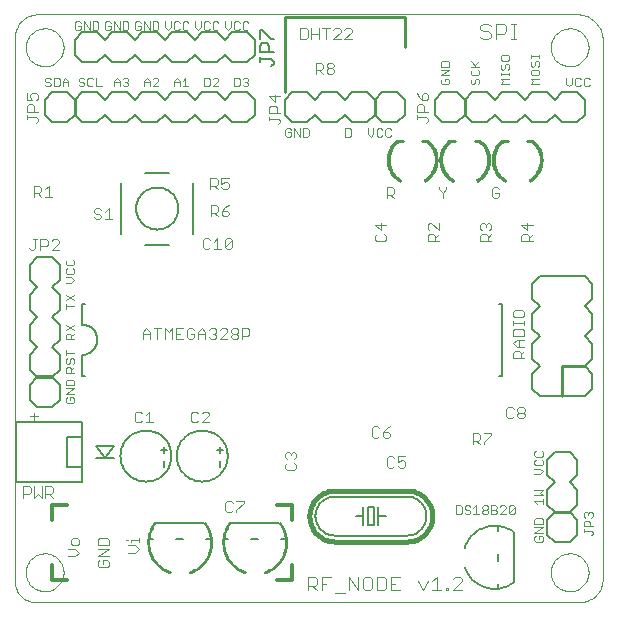
<source format=gto>
G75*
%MOIN*%
%OFA0B0*%
%FSLAX24Y24*%
%IPPOS*%
%LPD*%
%AMOC8*
5,1,8,0,0,1.08239X$1,22.5*
%
%ADD10C,0.0000*%
%ADD11C,0.0030*%
%ADD12C,0.0040*%
%ADD13C,0.0100*%
%ADD14C,0.0120*%
%ADD15C,0.0080*%
%ADD16C,0.0060*%
%ADD17C,0.0160*%
%ADD18C,0.0050*%
%ADD19C,0.0010*%
%ADD20C,0.0006*%
D10*
X000430Y000887D02*
X000430Y018999D01*
X000432Y019055D01*
X000438Y019110D01*
X000448Y019165D01*
X000462Y019219D01*
X000479Y019272D01*
X000501Y019323D01*
X000526Y019373D01*
X000554Y019421D01*
X000586Y019467D01*
X000621Y019510D01*
X000659Y019551D01*
X000700Y019589D01*
X000743Y019624D01*
X000789Y019656D01*
X000837Y019684D01*
X000887Y019709D01*
X000938Y019731D01*
X000991Y019748D01*
X001045Y019762D01*
X001100Y019772D01*
X001155Y019778D01*
X001211Y019780D01*
X019181Y019780D01*
X019237Y019778D01*
X019292Y019773D01*
X019347Y019764D01*
X019401Y019751D01*
X019454Y019735D01*
X019506Y019715D01*
X019557Y019692D01*
X019606Y019666D01*
X019653Y019637D01*
X019698Y019605D01*
X019741Y019569D01*
X019781Y019531D01*
X019819Y019491D01*
X019855Y019448D01*
X019887Y019403D01*
X019916Y019356D01*
X019942Y019307D01*
X019965Y019256D01*
X019985Y019204D01*
X020001Y019151D01*
X020014Y019097D01*
X020023Y019042D01*
X020028Y018987D01*
X020030Y018931D01*
X020030Y000961D01*
X020028Y000905D01*
X020022Y000850D01*
X020012Y000795D01*
X019998Y000741D01*
X019981Y000688D01*
X019959Y000637D01*
X019934Y000587D01*
X019906Y000539D01*
X019874Y000493D01*
X019839Y000450D01*
X019801Y000409D01*
X019760Y000371D01*
X019717Y000336D01*
X019671Y000304D01*
X019623Y000276D01*
X019573Y000251D01*
X019522Y000229D01*
X019469Y000212D01*
X019415Y000198D01*
X019360Y000188D01*
X019305Y000182D01*
X019249Y000180D01*
X001137Y000180D01*
X001087Y000182D01*
X001036Y000187D01*
X000987Y000196D01*
X000938Y000209D01*
X000890Y000225D01*
X000843Y000244D01*
X000798Y000266D01*
X000755Y000292D01*
X000713Y000321D01*
X000674Y000353D01*
X000637Y000387D01*
X000603Y000424D01*
X000571Y000463D01*
X000542Y000505D01*
X000516Y000548D01*
X000494Y000593D01*
X000475Y000640D01*
X000459Y000688D01*
X000446Y000737D01*
X000437Y000786D01*
X000432Y000837D01*
X000430Y000887D01*
X000800Y001180D02*
X000802Y001230D01*
X000808Y001280D01*
X000818Y001329D01*
X000832Y001377D01*
X000849Y001424D01*
X000870Y001469D01*
X000895Y001513D01*
X000923Y001554D01*
X000955Y001593D01*
X000989Y001630D01*
X001026Y001664D01*
X001066Y001694D01*
X001108Y001721D01*
X001152Y001745D01*
X001198Y001766D01*
X001245Y001782D01*
X001293Y001795D01*
X001343Y001804D01*
X001392Y001809D01*
X001443Y001810D01*
X001493Y001807D01*
X001542Y001800D01*
X001591Y001789D01*
X001639Y001774D01*
X001685Y001756D01*
X001730Y001734D01*
X001773Y001708D01*
X001814Y001679D01*
X001853Y001647D01*
X001889Y001612D01*
X001921Y001574D01*
X001951Y001534D01*
X001978Y001491D01*
X002001Y001447D01*
X002020Y001401D01*
X002036Y001353D01*
X002048Y001304D01*
X002056Y001255D01*
X002060Y001205D01*
X002060Y001155D01*
X002056Y001105D01*
X002048Y001056D01*
X002036Y001007D01*
X002020Y000959D01*
X002001Y000913D01*
X001978Y000869D01*
X001951Y000826D01*
X001921Y000786D01*
X001889Y000748D01*
X001853Y000713D01*
X001814Y000681D01*
X001773Y000652D01*
X001730Y000626D01*
X001685Y000604D01*
X001639Y000586D01*
X001591Y000571D01*
X001542Y000560D01*
X001493Y000553D01*
X001443Y000550D01*
X001392Y000551D01*
X001343Y000556D01*
X001293Y000565D01*
X001245Y000578D01*
X001198Y000594D01*
X001152Y000615D01*
X001108Y000639D01*
X001066Y000666D01*
X001026Y000696D01*
X000989Y000730D01*
X000955Y000767D01*
X000923Y000806D01*
X000895Y000847D01*
X000870Y000891D01*
X000849Y000936D01*
X000832Y000983D01*
X000818Y001031D01*
X000808Y001080D01*
X000802Y001130D01*
X000800Y001180D01*
X000800Y018680D02*
X000802Y018730D01*
X000808Y018780D01*
X000818Y018829D01*
X000832Y018877D01*
X000849Y018924D01*
X000870Y018969D01*
X000895Y019013D01*
X000923Y019054D01*
X000955Y019093D01*
X000989Y019130D01*
X001026Y019164D01*
X001066Y019194D01*
X001108Y019221D01*
X001152Y019245D01*
X001198Y019266D01*
X001245Y019282D01*
X001293Y019295D01*
X001343Y019304D01*
X001392Y019309D01*
X001443Y019310D01*
X001493Y019307D01*
X001542Y019300D01*
X001591Y019289D01*
X001639Y019274D01*
X001685Y019256D01*
X001730Y019234D01*
X001773Y019208D01*
X001814Y019179D01*
X001853Y019147D01*
X001889Y019112D01*
X001921Y019074D01*
X001951Y019034D01*
X001978Y018991D01*
X002001Y018947D01*
X002020Y018901D01*
X002036Y018853D01*
X002048Y018804D01*
X002056Y018755D01*
X002060Y018705D01*
X002060Y018655D01*
X002056Y018605D01*
X002048Y018556D01*
X002036Y018507D01*
X002020Y018459D01*
X002001Y018413D01*
X001978Y018369D01*
X001951Y018326D01*
X001921Y018286D01*
X001889Y018248D01*
X001853Y018213D01*
X001814Y018181D01*
X001773Y018152D01*
X001730Y018126D01*
X001685Y018104D01*
X001639Y018086D01*
X001591Y018071D01*
X001542Y018060D01*
X001493Y018053D01*
X001443Y018050D01*
X001392Y018051D01*
X001343Y018056D01*
X001293Y018065D01*
X001245Y018078D01*
X001198Y018094D01*
X001152Y018115D01*
X001108Y018139D01*
X001066Y018166D01*
X001026Y018196D01*
X000989Y018230D01*
X000955Y018267D01*
X000923Y018306D01*
X000895Y018347D01*
X000870Y018391D01*
X000849Y018436D01*
X000832Y018483D01*
X000818Y018531D01*
X000808Y018580D01*
X000802Y018630D01*
X000800Y018680D01*
X018300Y018680D02*
X018302Y018730D01*
X018308Y018780D01*
X018318Y018829D01*
X018332Y018877D01*
X018349Y018924D01*
X018370Y018969D01*
X018395Y019013D01*
X018423Y019054D01*
X018455Y019093D01*
X018489Y019130D01*
X018526Y019164D01*
X018566Y019194D01*
X018608Y019221D01*
X018652Y019245D01*
X018698Y019266D01*
X018745Y019282D01*
X018793Y019295D01*
X018843Y019304D01*
X018892Y019309D01*
X018943Y019310D01*
X018993Y019307D01*
X019042Y019300D01*
X019091Y019289D01*
X019139Y019274D01*
X019185Y019256D01*
X019230Y019234D01*
X019273Y019208D01*
X019314Y019179D01*
X019353Y019147D01*
X019389Y019112D01*
X019421Y019074D01*
X019451Y019034D01*
X019478Y018991D01*
X019501Y018947D01*
X019520Y018901D01*
X019536Y018853D01*
X019548Y018804D01*
X019556Y018755D01*
X019560Y018705D01*
X019560Y018655D01*
X019556Y018605D01*
X019548Y018556D01*
X019536Y018507D01*
X019520Y018459D01*
X019501Y018413D01*
X019478Y018369D01*
X019451Y018326D01*
X019421Y018286D01*
X019389Y018248D01*
X019353Y018213D01*
X019314Y018181D01*
X019273Y018152D01*
X019230Y018126D01*
X019185Y018104D01*
X019139Y018086D01*
X019091Y018071D01*
X019042Y018060D01*
X018993Y018053D01*
X018943Y018050D01*
X018892Y018051D01*
X018843Y018056D01*
X018793Y018065D01*
X018745Y018078D01*
X018698Y018094D01*
X018652Y018115D01*
X018608Y018139D01*
X018566Y018166D01*
X018526Y018196D01*
X018489Y018230D01*
X018455Y018267D01*
X018423Y018306D01*
X018395Y018347D01*
X018370Y018391D01*
X018349Y018436D01*
X018332Y018483D01*
X018318Y018531D01*
X018308Y018580D01*
X018302Y018630D01*
X018300Y018680D01*
X018300Y001180D02*
X018302Y001230D01*
X018308Y001280D01*
X018318Y001329D01*
X018332Y001377D01*
X018349Y001424D01*
X018370Y001469D01*
X018395Y001513D01*
X018423Y001554D01*
X018455Y001593D01*
X018489Y001630D01*
X018526Y001664D01*
X018566Y001694D01*
X018608Y001721D01*
X018652Y001745D01*
X018698Y001766D01*
X018745Y001782D01*
X018793Y001795D01*
X018843Y001804D01*
X018892Y001809D01*
X018943Y001810D01*
X018993Y001807D01*
X019042Y001800D01*
X019091Y001789D01*
X019139Y001774D01*
X019185Y001756D01*
X019230Y001734D01*
X019273Y001708D01*
X019314Y001679D01*
X019353Y001647D01*
X019389Y001612D01*
X019421Y001574D01*
X019451Y001534D01*
X019478Y001491D01*
X019501Y001447D01*
X019520Y001401D01*
X019536Y001353D01*
X019548Y001304D01*
X019556Y001255D01*
X019560Y001205D01*
X019560Y001155D01*
X019556Y001105D01*
X019548Y001056D01*
X019536Y001007D01*
X019520Y000959D01*
X019501Y000913D01*
X019478Y000869D01*
X019451Y000826D01*
X019421Y000786D01*
X019389Y000748D01*
X019353Y000713D01*
X019314Y000681D01*
X019273Y000652D01*
X019230Y000626D01*
X019185Y000604D01*
X019139Y000586D01*
X019091Y000571D01*
X019042Y000560D01*
X018993Y000553D01*
X018943Y000550D01*
X018892Y000551D01*
X018843Y000556D01*
X018793Y000565D01*
X018745Y000578D01*
X018698Y000594D01*
X018652Y000615D01*
X018608Y000639D01*
X018566Y000666D01*
X018526Y000696D01*
X018489Y000730D01*
X018455Y000767D01*
X018423Y000806D01*
X018395Y000847D01*
X018370Y000891D01*
X018349Y000936D01*
X018332Y000983D01*
X018318Y001031D01*
X018308Y001080D01*
X018302Y001130D01*
X018300Y001180D01*
D11*
X017992Y002195D02*
X017798Y002195D01*
X017750Y002243D01*
X017750Y002340D01*
X017798Y002388D01*
X017895Y002388D02*
X017895Y002292D01*
X017895Y002388D02*
X017992Y002388D01*
X018040Y002340D01*
X018040Y002243D01*
X017992Y002195D01*
X018040Y002490D02*
X017750Y002490D01*
X018040Y002683D01*
X017750Y002683D01*
X017750Y002784D02*
X017750Y002929D01*
X017798Y002978D01*
X017992Y002978D01*
X018040Y002929D01*
X018040Y002784D01*
X017750Y002784D01*
X017094Y003173D02*
X017094Y003367D01*
X016900Y003173D01*
X016949Y003125D01*
X017045Y003125D01*
X017094Y003173D01*
X016900Y003173D02*
X016900Y003367D01*
X016949Y003415D01*
X017045Y003415D01*
X017094Y003367D01*
X016799Y003367D02*
X016751Y003415D01*
X016654Y003415D01*
X016606Y003367D01*
X016505Y003367D02*
X016505Y003318D01*
X016456Y003270D01*
X016311Y003270D01*
X016210Y003222D02*
X016210Y003173D01*
X016162Y003125D01*
X016065Y003125D01*
X016016Y003173D01*
X016016Y003222D01*
X016065Y003270D01*
X016162Y003270D01*
X016210Y003222D01*
X016162Y003270D02*
X016210Y003318D01*
X016210Y003367D01*
X016162Y003415D01*
X016065Y003415D01*
X016016Y003367D01*
X016016Y003318D01*
X016065Y003270D01*
X015915Y003125D02*
X015722Y003125D01*
X015818Y003125D02*
X015818Y003415D01*
X015722Y003318D01*
X015621Y003367D02*
X015572Y003415D01*
X015475Y003415D01*
X015427Y003367D01*
X015427Y003318D01*
X015475Y003270D01*
X015572Y003270D01*
X015621Y003222D01*
X015621Y003173D01*
X015572Y003125D01*
X015475Y003125D01*
X015427Y003173D01*
X015326Y003173D02*
X015326Y003367D01*
X015278Y003415D01*
X015132Y003415D01*
X015132Y003125D01*
X015278Y003125D01*
X015326Y003173D01*
X016311Y003125D02*
X016456Y003125D01*
X016505Y003173D01*
X016505Y003222D01*
X016456Y003270D01*
X016505Y003367D02*
X016456Y003415D01*
X016311Y003415D01*
X016311Y003125D01*
X016606Y003125D02*
X016799Y003318D01*
X016799Y003367D01*
X016799Y003125D02*
X016606Y003125D01*
X017750Y003542D02*
X018040Y003542D01*
X018040Y003638D02*
X018040Y003445D01*
X017847Y003445D02*
X017750Y003542D01*
X017750Y003740D02*
X018040Y003740D01*
X017943Y003836D01*
X018040Y003933D01*
X017750Y003933D01*
X017750Y004445D02*
X017943Y004445D01*
X018040Y004542D01*
X017943Y004638D01*
X017750Y004638D01*
X017798Y004740D02*
X017992Y004740D01*
X018040Y004788D01*
X018040Y004885D01*
X017992Y004933D01*
X017992Y005034D02*
X018040Y005083D01*
X018040Y005179D01*
X017992Y005228D01*
X017992Y005034D02*
X017798Y005034D01*
X017750Y005083D01*
X017750Y005179D01*
X017798Y005228D01*
X017798Y004933D02*
X017750Y004885D01*
X017750Y004788D01*
X017798Y004740D01*
X016310Y005754D02*
X016063Y005507D01*
X016063Y005445D01*
X015942Y005445D02*
X015818Y005568D01*
X015880Y005568D02*
X015695Y005568D01*
X015695Y005445D02*
X015695Y005815D01*
X015880Y005815D01*
X015942Y005754D01*
X015942Y005630D01*
X015880Y005568D01*
X016063Y005815D02*
X016310Y005815D01*
X016310Y005754D01*
X016882Y006320D02*
X017005Y006320D01*
X017067Y006382D01*
X017188Y006382D02*
X017188Y006443D01*
X017250Y006505D01*
X017373Y006505D01*
X017435Y006443D01*
X017435Y006382D01*
X017373Y006320D01*
X017250Y006320D01*
X017188Y006382D01*
X017250Y006505D02*
X017188Y006567D01*
X017188Y006629D01*
X017250Y006690D01*
X017373Y006690D01*
X017435Y006629D01*
X017435Y006567D01*
X017373Y006505D01*
X017067Y006629D02*
X017005Y006690D01*
X016882Y006690D01*
X016820Y006629D01*
X016820Y006382D01*
X016882Y006320D01*
X019453Y003198D02*
X019502Y003198D01*
X019550Y003149D01*
X019598Y003198D01*
X019647Y003198D01*
X019695Y003149D01*
X019695Y003053D01*
X019647Y003004D01*
X019550Y003101D02*
X019550Y003149D01*
X019453Y003198D02*
X019405Y003149D01*
X019405Y003053D01*
X019453Y003004D01*
X019453Y002903D02*
X019550Y002903D01*
X019598Y002855D01*
X019598Y002710D01*
X019695Y002710D02*
X019405Y002710D01*
X019405Y002855D01*
X019453Y002903D01*
X019405Y002608D02*
X019405Y002512D01*
X019405Y002560D02*
X019647Y002560D01*
X019695Y002512D01*
X019695Y002463D01*
X019647Y002415D01*
X013449Y004732D02*
X013387Y004670D01*
X013263Y004670D01*
X013202Y004732D01*
X013080Y004732D02*
X013019Y004670D01*
X012895Y004670D01*
X012833Y004732D01*
X012833Y004979D01*
X012895Y005040D01*
X013019Y005040D01*
X013080Y004979D01*
X013202Y005040D02*
X013202Y004855D01*
X013325Y004917D01*
X013387Y004917D01*
X013449Y004855D01*
X013449Y004732D01*
X013449Y005040D02*
X013202Y005040D01*
X012887Y005670D02*
X012763Y005670D01*
X012702Y005732D01*
X012702Y005855D01*
X012887Y005855D01*
X012949Y005793D01*
X012949Y005732D01*
X012887Y005670D01*
X012702Y005855D02*
X012825Y005979D01*
X012949Y006040D01*
X012580Y005979D02*
X012519Y006040D01*
X012395Y006040D01*
X012333Y005979D01*
X012333Y005732D01*
X012395Y005670D01*
X012519Y005670D01*
X012580Y005732D01*
X009815Y005137D02*
X009815Y005013D01*
X009753Y004952D01*
X009753Y004830D02*
X009815Y004769D01*
X009815Y004645D01*
X009753Y004583D01*
X009506Y004583D01*
X009445Y004645D01*
X009445Y004769D01*
X009506Y004830D01*
X009506Y004952D02*
X009445Y005013D01*
X009445Y005137D01*
X009506Y005199D01*
X009568Y005199D01*
X009630Y005137D01*
X009692Y005199D01*
X009753Y005199D01*
X009815Y005137D01*
X009630Y005137D02*
X009630Y005075D01*
X008060Y003565D02*
X008060Y003504D01*
X007813Y003257D01*
X007813Y003195D01*
X007692Y003257D02*
X007630Y003195D01*
X007507Y003195D01*
X007445Y003257D01*
X007445Y003504D01*
X007507Y003565D01*
X007630Y003565D01*
X007692Y003504D01*
X007813Y003565D02*
X008060Y003565D01*
X004565Y002323D02*
X004565Y002199D01*
X004565Y002261D02*
X004318Y002261D01*
X004318Y002199D01*
X004195Y002261D02*
X004133Y002261D01*
X004195Y002078D02*
X004442Y002078D01*
X004565Y001955D01*
X004442Y001831D01*
X004195Y001831D01*
X003565Y001708D02*
X003195Y001708D01*
X003565Y001955D01*
X003195Y001955D01*
X003195Y002077D02*
X003195Y002262D01*
X003256Y002324D01*
X003503Y002324D01*
X003565Y002262D01*
X003565Y002077D01*
X003195Y002077D01*
X003256Y001587D02*
X003195Y001525D01*
X003195Y001402D01*
X003256Y001340D01*
X003503Y001340D01*
X003565Y001402D01*
X003565Y001525D01*
X003503Y001587D01*
X003380Y001587D01*
X003380Y001463D01*
X002565Y001832D02*
X002442Y001955D01*
X002195Y001955D01*
X002318Y002138D02*
X002380Y002077D01*
X002503Y002077D01*
X002565Y002138D01*
X002565Y002262D01*
X002503Y002324D01*
X002380Y002324D01*
X002318Y002262D01*
X002318Y002138D01*
X002565Y001832D02*
X002442Y001708D01*
X002195Y001708D01*
X001699Y003670D02*
X001575Y003793D01*
X001637Y003793D02*
X001452Y003793D01*
X001452Y003670D02*
X001452Y004040D01*
X001637Y004040D01*
X001699Y003979D01*
X001699Y003855D01*
X001637Y003793D01*
X001330Y003670D02*
X001330Y004040D01*
X001083Y004040D02*
X001083Y003670D01*
X001207Y003793D01*
X001330Y003670D01*
X000962Y003855D02*
X000900Y003793D01*
X000715Y003793D01*
X000715Y003670D02*
X000715Y004040D01*
X000900Y004040D01*
X000962Y003979D01*
X000962Y003855D01*
X001068Y006257D02*
X001068Y006504D01*
X000945Y006380D02*
X001192Y006380D01*
X002125Y006868D02*
X002173Y006820D01*
X002367Y006820D01*
X002415Y006868D01*
X002415Y006965D01*
X002367Y007013D01*
X002270Y007013D01*
X002270Y006917D01*
X002173Y007013D02*
X002125Y006965D01*
X002125Y006868D01*
X002125Y007115D02*
X002415Y007308D01*
X002125Y007308D01*
X002125Y007409D02*
X002125Y007554D01*
X002173Y007603D01*
X002367Y007603D01*
X002415Y007554D01*
X002415Y007409D01*
X002125Y007409D01*
X002125Y007115D02*
X002415Y007115D01*
X002415Y007820D02*
X002125Y007820D01*
X002125Y007965D01*
X002173Y008013D01*
X002270Y008013D01*
X002318Y007965D01*
X002318Y007820D01*
X002318Y007917D02*
X002415Y008013D01*
X002367Y008115D02*
X002415Y008163D01*
X002415Y008260D01*
X002367Y008308D01*
X002318Y008308D01*
X002270Y008260D01*
X002270Y008163D01*
X002222Y008115D01*
X002173Y008115D01*
X002125Y008163D01*
X002125Y008260D01*
X002173Y008308D01*
X002125Y008409D02*
X002125Y008603D01*
X002125Y008506D02*
X002415Y008506D01*
X002415Y008945D02*
X002125Y008945D01*
X002125Y009090D01*
X002173Y009138D01*
X002270Y009138D01*
X002318Y009090D01*
X002318Y008945D01*
X002318Y009042D02*
X002415Y009138D01*
X002415Y009240D02*
X002125Y009433D01*
X002125Y009240D02*
X002415Y009433D01*
X002125Y009945D02*
X002125Y010138D01*
X002125Y010042D02*
X002415Y010042D01*
X002415Y010240D02*
X002125Y010433D01*
X002125Y010240D02*
X002415Y010433D01*
X002318Y010820D02*
X002125Y010820D01*
X002318Y010820D02*
X002415Y010917D01*
X002318Y011013D01*
X002125Y011013D01*
X002173Y011115D02*
X002367Y011115D01*
X002415Y011163D01*
X002415Y011260D01*
X002367Y011308D01*
X002367Y011409D02*
X002415Y011458D01*
X002415Y011554D01*
X002367Y011603D01*
X002367Y011409D02*
X002173Y011409D01*
X002125Y011458D01*
X002125Y011554D01*
X002173Y011603D01*
X002173Y011308D02*
X002125Y011260D01*
X002125Y011163D01*
X002173Y011115D01*
X001685Y013695D02*
X001438Y013695D01*
X001317Y013695D02*
X001193Y013818D01*
X001255Y013818D02*
X001070Y013818D01*
X001070Y013695D02*
X001070Y014065D01*
X001255Y014065D01*
X001317Y014004D01*
X001317Y013880D01*
X001255Y013818D01*
X001438Y013942D02*
X001562Y014065D01*
X001562Y013695D01*
X001581Y017375D02*
X001484Y017375D01*
X001436Y017423D01*
X001484Y017520D02*
X001436Y017568D01*
X001436Y017617D01*
X001484Y017665D01*
X001581Y017665D01*
X001630Y017617D01*
X001581Y017520D02*
X001630Y017472D01*
X001630Y017423D01*
X001581Y017375D01*
X001581Y017520D02*
X001484Y017520D01*
X001731Y017665D02*
X001731Y017375D01*
X001876Y017375D01*
X001924Y017423D01*
X001924Y017617D01*
X001876Y017665D01*
X001731Y017665D01*
X002025Y017568D02*
X002025Y017375D01*
X002025Y017520D02*
X002219Y017520D01*
X002219Y017568D02*
X002219Y017375D01*
X002219Y017568D02*
X002122Y017665D01*
X002025Y017568D01*
X002561Y017568D02*
X002609Y017520D01*
X002706Y017520D01*
X002755Y017472D01*
X002755Y017423D01*
X002706Y017375D01*
X002609Y017375D01*
X002561Y017423D01*
X002561Y017568D02*
X002561Y017617D01*
X002609Y017665D01*
X002706Y017665D01*
X002755Y017617D01*
X002856Y017617D02*
X002856Y017423D01*
X002904Y017375D01*
X003001Y017375D01*
X003049Y017423D01*
X003150Y017375D02*
X003150Y017665D01*
X003049Y017617D02*
X003001Y017665D01*
X002904Y017665D01*
X002856Y017617D01*
X003150Y017375D02*
X003344Y017375D01*
X003731Y017375D02*
X003731Y017568D01*
X003827Y017665D01*
X003924Y017568D01*
X003924Y017375D01*
X004025Y017423D02*
X004074Y017375D01*
X004170Y017375D01*
X004219Y017423D01*
X004219Y017472D01*
X004170Y017520D01*
X004122Y017520D01*
X004170Y017520D02*
X004219Y017568D01*
X004219Y017617D01*
X004170Y017665D01*
X004074Y017665D01*
X004025Y017617D01*
X003924Y017520D02*
X003731Y017520D01*
X004731Y017520D02*
X004924Y017520D01*
X004924Y017568D02*
X004924Y017375D01*
X005025Y017375D02*
X005219Y017568D01*
X005219Y017617D01*
X005170Y017665D01*
X005074Y017665D01*
X005025Y017617D01*
X004924Y017568D02*
X004827Y017665D01*
X004731Y017568D01*
X004731Y017375D01*
X005025Y017375D02*
X005219Y017375D01*
X005731Y017375D02*
X005731Y017568D01*
X005827Y017665D01*
X005924Y017568D01*
X005924Y017375D01*
X006025Y017375D02*
X006219Y017375D01*
X006122Y017375D02*
X006122Y017665D01*
X006025Y017568D01*
X005924Y017520D02*
X005731Y017520D01*
X006731Y017375D02*
X006876Y017375D01*
X006924Y017423D01*
X006924Y017617D01*
X006876Y017665D01*
X006731Y017665D01*
X006731Y017375D01*
X007025Y017375D02*
X007219Y017568D01*
X007219Y017617D01*
X007170Y017665D01*
X007074Y017665D01*
X007025Y017617D01*
X007025Y017375D02*
X007219Y017375D01*
X007731Y017375D02*
X007876Y017375D01*
X007924Y017423D01*
X007924Y017617D01*
X007876Y017665D01*
X007731Y017665D01*
X007731Y017375D01*
X008025Y017423D02*
X008074Y017375D01*
X008170Y017375D01*
X008219Y017423D01*
X008219Y017472D01*
X008170Y017520D01*
X008122Y017520D01*
X008170Y017520D02*
X008219Y017568D01*
X008219Y017617D01*
X008170Y017665D01*
X008074Y017665D01*
X008025Y017617D01*
X008074Y019250D02*
X008170Y019250D01*
X008219Y019298D01*
X008074Y019250D02*
X008025Y019298D01*
X008025Y019492D01*
X008074Y019540D01*
X008170Y019540D01*
X008219Y019492D01*
X007924Y019492D02*
X007876Y019540D01*
X007779Y019540D01*
X007731Y019492D01*
X007731Y019298D01*
X007779Y019250D01*
X007876Y019250D01*
X007924Y019298D01*
X007630Y019347D02*
X007533Y019250D01*
X007436Y019347D01*
X007436Y019540D01*
X007630Y019540D02*
X007630Y019347D01*
X007219Y019298D02*
X007170Y019250D01*
X007074Y019250D01*
X007025Y019298D01*
X007025Y019492D01*
X007074Y019540D01*
X007170Y019540D01*
X007219Y019492D01*
X006924Y019492D02*
X006876Y019540D01*
X006779Y019540D01*
X006731Y019492D01*
X006731Y019298D01*
X006779Y019250D01*
X006876Y019250D01*
X006924Y019298D01*
X006630Y019347D02*
X006533Y019250D01*
X006436Y019347D01*
X006436Y019540D01*
X006630Y019540D02*
X006630Y019347D01*
X006219Y019298D02*
X006170Y019250D01*
X006074Y019250D01*
X006025Y019298D01*
X006025Y019492D01*
X006074Y019540D01*
X006170Y019540D01*
X006219Y019492D01*
X005924Y019492D02*
X005876Y019540D01*
X005779Y019540D01*
X005731Y019492D01*
X005731Y019298D01*
X005779Y019250D01*
X005876Y019250D01*
X005924Y019298D01*
X005630Y019347D02*
X005630Y019540D01*
X005630Y019347D02*
X005533Y019250D01*
X005436Y019347D01*
X005436Y019540D01*
X005219Y019492D02*
X005219Y019298D01*
X005170Y019250D01*
X005025Y019250D01*
X005025Y019540D01*
X005170Y019540D01*
X005219Y019492D01*
X004924Y019540D02*
X004924Y019250D01*
X004731Y019540D01*
X004731Y019250D01*
X004630Y019298D02*
X004630Y019395D01*
X004533Y019395D01*
X004630Y019298D02*
X004581Y019250D01*
X004484Y019250D01*
X004436Y019298D01*
X004436Y019492D01*
X004484Y019540D01*
X004581Y019540D01*
X004630Y019492D01*
X004219Y019492D02*
X004219Y019298D01*
X004170Y019250D01*
X004025Y019250D01*
X004025Y019540D01*
X004170Y019540D01*
X004219Y019492D01*
X003924Y019540D02*
X003924Y019250D01*
X003731Y019540D01*
X003731Y019250D01*
X003630Y019298D02*
X003630Y019395D01*
X003533Y019395D01*
X003630Y019298D02*
X003581Y019250D01*
X003484Y019250D01*
X003436Y019298D01*
X003436Y019492D01*
X003484Y019540D01*
X003581Y019540D01*
X003630Y019492D01*
X003219Y019492D02*
X003219Y019298D01*
X003170Y019250D01*
X003025Y019250D01*
X003025Y019540D01*
X003170Y019540D01*
X003219Y019492D01*
X002924Y019540D02*
X002924Y019250D01*
X002731Y019540D01*
X002731Y019250D01*
X002630Y019298D02*
X002630Y019395D01*
X002533Y019395D01*
X002630Y019298D02*
X002581Y019250D01*
X002484Y019250D01*
X002436Y019298D01*
X002436Y019492D01*
X002484Y019540D01*
X002581Y019540D01*
X002630Y019492D01*
X006945Y014315D02*
X007130Y014315D01*
X007192Y014254D01*
X007192Y014130D01*
X007130Y014068D01*
X006945Y014068D01*
X006945Y013945D02*
X006945Y014315D01*
X007068Y014068D02*
X007192Y013945D01*
X007313Y014007D02*
X007375Y013945D01*
X007498Y013945D01*
X007560Y014007D01*
X007560Y014130D01*
X007498Y014192D01*
X007437Y014192D01*
X007313Y014130D01*
X007313Y014315D01*
X007560Y014315D01*
X007574Y013415D02*
X007450Y013354D01*
X007327Y013230D01*
X007512Y013230D01*
X007574Y013168D01*
X007574Y013107D01*
X007512Y013045D01*
X007388Y013045D01*
X007327Y013107D01*
X007327Y013230D01*
X007205Y013230D02*
X007205Y013354D01*
X007144Y013415D01*
X006958Y013415D01*
X006958Y013045D01*
X006958Y013168D02*
X007144Y013168D01*
X007205Y013230D01*
X007082Y013168D02*
X007205Y013045D01*
X007187Y012315D02*
X007187Y011945D01*
X007310Y011945D02*
X007063Y011945D01*
X006942Y012007D02*
X006880Y011945D01*
X006757Y011945D01*
X006695Y012007D01*
X006695Y012254D01*
X006757Y012315D01*
X006880Y012315D01*
X006942Y012254D01*
X007063Y012192D02*
X007187Y012315D01*
X007432Y012254D02*
X007493Y012315D01*
X007617Y012315D01*
X007679Y012254D01*
X007432Y012007D01*
X007493Y011945D01*
X007617Y011945D01*
X007679Y012007D01*
X007679Y012254D01*
X007432Y012254D02*
X007432Y012007D01*
X009493Y015695D02*
X009590Y015695D01*
X009638Y015743D01*
X009638Y015840D01*
X009542Y015840D01*
X009638Y015937D02*
X009590Y015985D01*
X009493Y015985D01*
X009445Y015937D01*
X009445Y015743D01*
X009493Y015695D01*
X009740Y015695D02*
X009740Y015985D01*
X009933Y015695D01*
X009933Y015985D01*
X010034Y015985D02*
X010179Y015985D01*
X010228Y015937D01*
X010228Y015743D01*
X010179Y015695D01*
X010034Y015695D01*
X010034Y015985D01*
X011445Y015985D02*
X011445Y015695D01*
X011590Y015695D01*
X011638Y015743D01*
X011638Y015937D01*
X011590Y015985D01*
X011445Y015985D01*
X012195Y015985D02*
X012195Y015792D01*
X012292Y015695D01*
X012388Y015792D01*
X012388Y015985D01*
X012490Y015937D02*
X012490Y015743D01*
X012538Y015695D01*
X012635Y015695D01*
X012683Y015743D01*
X012784Y015743D02*
X012833Y015695D01*
X012929Y015695D01*
X012978Y015743D01*
X012784Y015743D02*
X012784Y015937D01*
X012833Y015985D01*
X012929Y015985D01*
X012978Y015937D01*
X012683Y015937D02*
X012635Y015985D01*
X012538Y015985D01*
X012490Y015937D01*
X011012Y017795D02*
X010888Y017795D01*
X010827Y017857D01*
X010827Y017918D01*
X010888Y017980D01*
X011012Y017980D01*
X011074Y017918D01*
X011074Y017857D01*
X011012Y017795D01*
X011012Y017980D02*
X011074Y018042D01*
X011074Y018104D01*
X011012Y018165D01*
X010888Y018165D01*
X010827Y018104D01*
X010827Y018042D01*
X010888Y017980D01*
X010705Y017980D02*
X010644Y017918D01*
X010458Y017918D01*
X010458Y017795D02*
X010458Y018165D01*
X010644Y018165D01*
X010705Y018104D01*
X010705Y017980D01*
X010582Y017918D02*
X010705Y017795D01*
X010805Y018945D02*
X010805Y019315D01*
X010682Y019315D02*
X010929Y019315D01*
X011050Y019254D02*
X011112Y019315D01*
X011235Y019315D01*
X011297Y019254D01*
X011297Y019192D01*
X011050Y018945D01*
X011297Y018945D01*
X011418Y018945D02*
X011665Y019192D01*
X011665Y019254D01*
X011603Y019315D01*
X011480Y019315D01*
X011418Y019254D01*
X011418Y018945D02*
X011665Y018945D01*
X010560Y018945D02*
X010560Y019315D01*
X010560Y019130D02*
X010313Y019130D01*
X010192Y019007D02*
X010192Y019254D01*
X010130Y019315D01*
X009945Y019315D01*
X009945Y018945D01*
X010130Y018945D01*
X010192Y019007D01*
X010313Y018945D02*
X010313Y019315D01*
X014625Y018179D02*
X014625Y018034D01*
X014915Y018034D01*
X014915Y018179D01*
X014867Y018228D01*
X014673Y018228D01*
X014625Y018179D01*
X014625Y017933D02*
X014915Y017933D01*
X014625Y017740D01*
X014915Y017740D01*
X014867Y017638D02*
X014770Y017638D01*
X014770Y017542D01*
X014867Y017638D02*
X014915Y017590D01*
X014915Y017493D01*
X014867Y017445D01*
X014673Y017445D01*
X014625Y017493D01*
X014625Y017590D01*
X014673Y017638D01*
X015625Y017590D02*
X015625Y017493D01*
X015673Y017445D01*
X015722Y017445D01*
X015770Y017493D01*
X015770Y017590D01*
X015818Y017638D01*
X015867Y017638D01*
X015915Y017590D01*
X015915Y017493D01*
X015867Y017445D01*
X015673Y017638D02*
X015625Y017590D01*
X015673Y017740D02*
X015867Y017740D01*
X015915Y017788D01*
X015915Y017885D01*
X015867Y017933D01*
X015915Y018034D02*
X015625Y018034D01*
X015673Y017933D02*
X015625Y017885D01*
X015625Y017788D01*
X015673Y017740D01*
X015818Y018034D02*
X015625Y018228D01*
X015770Y018083D02*
X015915Y018228D01*
X016625Y018279D02*
X016673Y018231D01*
X016867Y018231D01*
X016915Y018279D01*
X016915Y018376D01*
X016867Y018424D01*
X016673Y018424D01*
X016625Y018376D01*
X016625Y018279D01*
X016673Y018130D02*
X016625Y018081D01*
X016625Y017984D01*
X016673Y017936D01*
X016722Y017936D01*
X016770Y017984D01*
X016770Y018081D01*
X016818Y018130D01*
X016867Y018130D01*
X016915Y018081D01*
X016915Y017984D01*
X016867Y017936D01*
X016915Y017836D02*
X016915Y017740D01*
X016915Y017788D02*
X016625Y017788D01*
X016625Y017740D02*
X016625Y017836D01*
X016625Y017638D02*
X016915Y017638D01*
X016915Y017445D02*
X016625Y017445D01*
X016722Y017542D01*
X016625Y017638D01*
X017625Y017638D02*
X017915Y017638D01*
X017867Y017740D02*
X017673Y017740D01*
X017625Y017788D01*
X017625Y017885D01*
X017673Y017933D01*
X017867Y017933D01*
X017915Y017885D01*
X017915Y017788D01*
X017867Y017740D01*
X017722Y017542D02*
X017625Y017638D01*
X017722Y017542D02*
X017625Y017445D01*
X017915Y017445D01*
X017867Y018034D02*
X017915Y018083D01*
X017915Y018179D01*
X017867Y018228D01*
X017818Y018228D01*
X017770Y018179D01*
X017770Y018083D01*
X017722Y018034D01*
X017673Y018034D01*
X017625Y018083D01*
X017625Y018179D01*
X017673Y018228D01*
X017625Y018329D02*
X017625Y018426D01*
X017625Y018377D02*
X017915Y018377D01*
X017915Y018329D02*
X017915Y018426D01*
X018811Y017665D02*
X018811Y017472D01*
X018908Y017375D01*
X019005Y017472D01*
X019005Y017665D01*
X019106Y017617D02*
X019106Y017423D01*
X019154Y017375D01*
X019251Y017375D01*
X019299Y017423D01*
X019400Y017423D02*
X019449Y017375D01*
X019545Y017375D01*
X019594Y017423D01*
X019400Y017423D02*
X019400Y017617D01*
X019449Y017665D01*
X019545Y017665D01*
X019594Y017617D01*
X019299Y017617D02*
X019251Y017665D01*
X019154Y017665D01*
X019106Y017617D01*
X017505Y012824D02*
X017505Y012577D01*
X017320Y012762D01*
X017690Y012762D01*
X017690Y012455D02*
X017567Y012332D01*
X017567Y012394D02*
X017567Y012208D01*
X017690Y012208D02*
X017320Y012208D01*
X017320Y012394D01*
X017381Y012455D01*
X017505Y012455D01*
X017567Y012394D01*
X016315Y012455D02*
X016192Y012332D01*
X016192Y012394D02*
X016192Y012208D01*
X016315Y012208D02*
X015945Y012208D01*
X015945Y012394D01*
X016006Y012455D01*
X016130Y012455D01*
X016192Y012394D01*
X016253Y012577D02*
X016315Y012638D01*
X016315Y012762D01*
X016253Y012824D01*
X016192Y012824D01*
X016130Y012762D01*
X016130Y012700D01*
X016130Y012762D02*
X016068Y012824D01*
X016006Y012824D01*
X015945Y012762D01*
X015945Y012638D01*
X016006Y012577D01*
X014565Y012577D02*
X014318Y012824D01*
X014256Y012824D01*
X014195Y012762D01*
X014195Y012638D01*
X014256Y012577D01*
X014256Y012455D02*
X014380Y012455D01*
X014442Y012394D01*
X014442Y012208D01*
X014565Y012208D02*
X014195Y012208D01*
X014195Y012394D01*
X014256Y012455D01*
X014442Y012332D02*
X014565Y012455D01*
X014565Y012577D02*
X014565Y012824D01*
X012815Y012762D02*
X012445Y012762D01*
X012630Y012577D01*
X012630Y012824D01*
X012753Y012455D02*
X012815Y012394D01*
X012815Y012270D01*
X012753Y012208D01*
X012506Y012208D01*
X012445Y012270D01*
X012445Y012394D01*
X012506Y012455D01*
D12*
X012832Y013650D02*
X012832Y014010D01*
X013012Y014010D01*
X013072Y013950D01*
X013072Y013830D01*
X013012Y013770D01*
X012832Y013770D01*
X012952Y013770D02*
X013072Y013650D01*
X014582Y013950D02*
X014702Y013830D01*
X014702Y013650D01*
X014702Y013830D02*
X014822Y013950D01*
X014822Y014010D01*
X014582Y014010D02*
X014582Y013950D01*
X016332Y013950D02*
X016332Y013710D01*
X016392Y013650D01*
X016512Y013650D01*
X016572Y013710D01*
X016572Y013830D01*
X016452Y013830D01*
X016572Y013950D02*
X016512Y014010D01*
X016392Y014010D01*
X016332Y013950D01*
X014130Y016170D02*
X014190Y016230D01*
X014190Y016290D01*
X014130Y016350D01*
X013830Y016350D01*
X013830Y016290D02*
X013830Y016410D01*
X013830Y016538D02*
X013830Y016718D01*
X013890Y016779D01*
X014010Y016779D01*
X014070Y016718D01*
X014070Y016538D01*
X014190Y016538D02*
X013830Y016538D01*
X014010Y016907D02*
X014010Y017087D01*
X014070Y017147D01*
X014130Y017147D01*
X014190Y017087D01*
X014190Y016967D01*
X014130Y016907D01*
X014010Y016907D01*
X013890Y017027D01*
X013830Y017147D01*
X015950Y019037D02*
X016037Y018950D01*
X016210Y018950D01*
X016297Y019037D01*
X016297Y019123D01*
X016210Y019210D01*
X016037Y019210D01*
X015950Y019297D01*
X015950Y019384D01*
X016037Y019470D01*
X016210Y019470D01*
X016297Y019384D01*
X016466Y019470D02*
X016726Y019470D01*
X016813Y019384D01*
X016813Y019210D01*
X016726Y019123D01*
X016466Y019123D01*
X016466Y018950D02*
X016466Y019470D01*
X016981Y019470D02*
X017155Y019470D01*
X017068Y019470D02*
X017068Y018950D01*
X016981Y018950D02*
X017155Y018950D01*
X009280Y017042D02*
X008920Y017042D01*
X009100Y016862D01*
X009100Y017102D01*
X009100Y016734D02*
X009160Y016674D01*
X009160Y016493D01*
X009280Y016493D02*
X008920Y016493D01*
X008920Y016674D01*
X008980Y016734D01*
X009100Y016734D01*
X008920Y016365D02*
X008920Y016245D01*
X008920Y016305D02*
X009220Y016305D01*
X009280Y016245D01*
X009280Y016185D01*
X009220Y016125D01*
X003563Y013310D02*
X003563Y012950D01*
X003443Y012950D02*
X003684Y012950D01*
X003443Y013190D02*
X003563Y013310D01*
X003315Y013250D02*
X003255Y013310D01*
X003135Y013310D01*
X003075Y013250D01*
X003075Y013190D01*
X003135Y013130D01*
X003255Y013130D01*
X003315Y013070D01*
X003315Y013010D01*
X003255Y012950D01*
X003135Y012950D01*
X003075Y013010D01*
X001897Y012220D02*
X001837Y012280D01*
X001717Y012280D01*
X001657Y012220D01*
X001529Y012220D02*
X001529Y012100D01*
X001468Y012040D01*
X001288Y012040D01*
X001288Y011920D02*
X001288Y012280D01*
X001468Y012280D01*
X001529Y012220D01*
X001657Y011920D02*
X001897Y012160D01*
X001897Y012220D01*
X001897Y011920D02*
X001657Y011920D01*
X001100Y011980D02*
X001100Y012280D01*
X001040Y012280D02*
X001160Y012280D01*
X001100Y011980D02*
X001040Y011920D01*
X000980Y011920D01*
X000920Y011980D01*
X004700Y009190D02*
X004700Y008950D01*
X004700Y009130D02*
X004940Y009130D01*
X004940Y009190D02*
X004940Y008950D01*
X004940Y009190D02*
X004820Y009310D01*
X004700Y009190D01*
X005068Y009310D02*
X005309Y009310D01*
X005188Y009310D02*
X005188Y008950D01*
X005437Y008950D02*
X005437Y009310D01*
X005557Y009190D01*
X005677Y009310D01*
X005677Y008950D01*
X005805Y008950D02*
X006045Y008950D01*
X006173Y009010D02*
X006233Y008950D01*
X006353Y008950D01*
X006413Y009010D01*
X006413Y009130D01*
X006293Y009130D01*
X006173Y009250D02*
X006173Y009010D01*
X006173Y009250D02*
X006233Y009310D01*
X006353Y009310D01*
X006413Y009250D01*
X006542Y009190D02*
X006542Y008950D01*
X006542Y009130D02*
X006782Y009130D01*
X006782Y009190D02*
X006782Y008950D01*
X006910Y009010D02*
X006970Y008950D01*
X007090Y008950D01*
X007150Y009010D01*
X007150Y009070D01*
X007090Y009130D01*
X007030Y009130D01*
X007090Y009130D02*
X007150Y009190D01*
X007150Y009250D01*
X007090Y009310D01*
X006970Y009310D01*
X006910Y009250D01*
X006782Y009190D02*
X006662Y009310D01*
X006542Y009190D01*
X006045Y009310D02*
X005805Y009310D01*
X005805Y008950D01*
X005805Y009130D02*
X005925Y009130D01*
X007278Y009250D02*
X007338Y009310D01*
X007458Y009310D01*
X007518Y009250D01*
X007518Y009190D01*
X007278Y008950D01*
X007518Y008950D01*
X007647Y009010D02*
X007647Y009070D01*
X007707Y009130D01*
X007827Y009130D01*
X007887Y009070D01*
X007887Y009010D01*
X007827Y008950D01*
X007707Y008950D01*
X007647Y009010D01*
X007707Y009130D02*
X007647Y009190D01*
X007647Y009250D01*
X007707Y009310D01*
X007827Y009310D01*
X007887Y009250D01*
X007887Y009190D01*
X007827Y009130D01*
X008015Y009070D02*
X008195Y009070D01*
X008255Y009130D01*
X008255Y009250D01*
X008195Y009310D01*
X008015Y009310D01*
X008015Y008950D01*
X006848Y006535D02*
X006728Y006535D01*
X006668Y006475D01*
X006540Y006475D02*
X006480Y006535D01*
X006360Y006535D01*
X006300Y006475D01*
X006300Y006235D01*
X006360Y006175D01*
X006480Y006175D01*
X006540Y006235D01*
X006668Y006175D02*
X006909Y006415D01*
X006909Y006475D01*
X006848Y006535D01*
X006909Y006175D02*
X006668Y006175D01*
X005034Y006175D02*
X004793Y006175D01*
X004913Y006175D02*
X004913Y006535D01*
X004793Y006415D01*
X004665Y006475D02*
X004605Y006535D01*
X004485Y006535D01*
X004425Y006475D01*
X004425Y006235D01*
X004485Y006175D01*
X004605Y006175D01*
X004665Y006235D01*
X010200Y001035D02*
X010430Y001035D01*
X010507Y000959D01*
X010507Y000805D01*
X010430Y000728D01*
X010200Y000728D01*
X010200Y000575D02*
X010200Y001035D01*
X010353Y000728D02*
X010507Y000575D01*
X010660Y000575D02*
X010660Y001035D01*
X010967Y001035D01*
X010814Y000805D02*
X010660Y000805D01*
X011121Y000498D02*
X011428Y000498D01*
X011581Y000575D02*
X011581Y001035D01*
X011888Y000575D01*
X011888Y001035D01*
X012042Y000959D02*
X012042Y000652D01*
X012118Y000575D01*
X012272Y000575D01*
X012348Y000652D01*
X012348Y000959D01*
X012272Y001035D01*
X012118Y001035D01*
X012042Y000959D01*
X012502Y001035D02*
X012502Y000575D01*
X012732Y000575D01*
X012809Y000652D01*
X012809Y000959D01*
X012732Y001035D01*
X012502Y001035D01*
X012962Y001035D02*
X012962Y000575D01*
X013269Y000575D01*
X013116Y000805D02*
X012962Y000805D01*
X012962Y001035D02*
X013269Y001035D01*
X013883Y000882D02*
X014037Y000575D01*
X014190Y000882D01*
X014344Y000882D02*
X014497Y001035D01*
X014497Y000575D01*
X014344Y000575D02*
X014650Y000575D01*
X014804Y000575D02*
X014804Y000652D01*
X014881Y000652D01*
X014881Y000575D01*
X014804Y000575D01*
X015034Y000575D02*
X015341Y000882D01*
X015341Y000959D01*
X015264Y001035D01*
X015111Y001035D01*
X015034Y000959D01*
X015034Y000575D02*
X015341Y000575D01*
X017050Y008325D02*
X017050Y008505D01*
X017110Y008565D01*
X017230Y008565D01*
X017290Y008505D01*
X017290Y008325D01*
X017410Y008325D02*
X017050Y008325D01*
X017290Y008445D02*
X017410Y008565D01*
X017410Y008693D02*
X017170Y008693D01*
X017050Y008813D01*
X017170Y008934D01*
X017410Y008934D01*
X017410Y009062D02*
X017410Y009242D01*
X017350Y009302D01*
X017110Y009302D01*
X017050Y009242D01*
X017050Y009062D01*
X017410Y009062D01*
X017230Y008934D02*
X017230Y008693D01*
X017410Y009430D02*
X017410Y009550D01*
X017410Y009490D02*
X017050Y009490D01*
X017050Y009430D02*
X017050Y009550D01*
X017110Y009675D02*
X017350Y009675D01*
X017410Y009736D01*
X017410Y009856D01*
X017350Y009916D01*
X017110Y009916D01*
X017050Y009856D01*
X017050Y009736D01*
X017110Y009675D01*
X001190Y016230D02*
X001190Y016290D01*
X001130Y016350D01*
X000830Y016350D01*
X000830Y016290D02*
X000830Y016410D01*
X000830Y016538D02*
X000830Y016718D01*
X000890Y016779D01*
X001010Y016779D01*
X001070Y016718D01*
X001070Y016538D01*
X001190Y016538D02*
X000830Y016538D01*
X000830Y016907D02*
X001010Y016907D01*
X000950Y017027D01*
X000950Y017087D01*
X001010Y017147D01*
X001130Y017147D01*
X001190Y017087D01*
X001190Y016967D01*
X001130Y016907D01*
X000830Y016907D02*
X000830Y017147D01*
X001190Y016230D02*
X001130Y016170D01*
D13*
X002430Y016430D02*
X002430Y016930D01*
X009430Y017180D02*
X009430Y019680D01*
X013430Y019680D01*
X013430Y018680D01*
X012430Y016930D02*
X012430Y016430D01*
X013170Y015550D02*
X013370Y015550D01*
X014010Y015550D02*
X014190Y015550D01*
X014920Y015550D02*
X015120Y015550D01*
X015760Y015550D02*
X015940Y015550D01*
X016670Y015550D02*
X016870Y015550D01*
X017510Y015550D02*
X017690Y015550D01*
X015430Y016430D02*
X015430Y016930D01*
X018680Y008055D02*
X019430Y008055D01*
X018680Y008055D02*
X018680Y007055D01*
X018930Y003180D02*
X018430Y003180D01*
X009680Y003430D02*
X009180Y003430D01*
X009680Y001430D02*
X009680Y000930D01*
X002180Y000930D02*
X001680Y000930D01*
X001680Y003430D02*
X002180Y003430D01*
D14*
X001680Y003430D01*
X001680Y002930D01*
X001680Y001430D02*
X001680Y000930D01*
X002180Y000930D01*
X001680Y007680D02*
X001180Y007680D01*
X009180Y003430D02*
X009680Y003430D01*
X009680Y002930D01*
X009680Y001430D02*
X009680Y000930D01*
X009180Y000930D01*
D15*
X002780Y007730D02*
X002680Y007730D01*
X002680Y008430D01*
X002724Y008432D01*
X002767Y008438D01*
X002809Y008447D01*
X002851Y008460D01*
X002891Y008477D01*
X002930Y008497D01*
X002967Y008520D01*
X003001Y008547D01*
X003034Y008576D01*
X003063Y008609D01*
X003090Y008643D01*
X003113Y008680D01*
X003133Y008719D01*
X003150Y008759D01*
X003163Y008801D01*
X003172Y008843D01*
X003178Y008886D01*
X003180Y008930D01*
X003178Y008974D01*
X003172Y009017D01*
X003163Y009059D01*
X003150Y009101D01*
X003133Y009141D01*
X003113Y009180D01*
X003090Y009217D01*
X003063Y009251D01*
X003034Y009284D01*
X003001Y009313D01*
X002967Y009340D01*
X002930Y009363D01*
X002891Y009383D01*
X002851Y009400D01*
X002809Y009413D01*
X002767Y009422D01*
X002724Y009428D01*
X002680Y009430D01*
X002680Y010130D01*
X002780Y010130D01*
X001930Y009930D02*
X001930Y010430D01*
X001680Y010680D01*
X001930Y010930D01*
X001930Y011430D01*
X001680Y011680D01*
X001180Y011680D01*
X000930Y011430D01*
X000930Y010930D01*
X001180Y010680D01*
X000930Y010430D01*
X000930Y009930D01*
X001180Y009680D01*
X000930Y009430D01*
X000930Y008930D01*
X001180Y008680D01*
X000930Y008430D01*
X000930Y007930D01*
X001180Y007680D01*
X000930Y007430D01*
X000930Y006930D01*
X001180Y006680D01*
X001680Y006680D01*
X001930Y006930D01*
X001930Y007430D01*
X001680Y007680D01*
X001930Y007930D01*
X001930Y008430D01*
X001680Y008680D01*
X001930Y008930D01*
X001930Y009430D01*
X001680Y009680D01*
X001930Y009930D01*
X003980Y012455D02*
X003980Y014155D01*
X004780Y014505D02*
X005585Y014505D01*
X006380Y014155D02*
X006380Y012455D01*
X005573Y012105D02*
X004780Y012105D01*
X004480Y013305D02*
X004482Y013357D01*
X004488Y013409D01*
X004498Y013461D01*
X004511Y013511D01*
X004528Y013561D01*
X004549Y013609D01*
X004574Y013655D01*
X004602Y013699D01*
X004633Y013741D01*
X004667Y013781D01*
X004704Y013818D01*
X004744Y013852D01*
X004786Y013883D01*
X004830Y013911D01*
X004876Y013936D01*
X004924Y013957D01*
X004974Y013974D01*
X005024Y013987D01*
X005076Y013997D01*
X005128Y014003D01*
X005180Y014005D01*
X005232Y014003D01*
X005284Y013997D01*
X005336Y013987D01*
X005386Y013974D01*
X005436Y013957D01*
X005484Y013936D01*
X005530Y013911D01*
X005574Y013883D01*
X005616Y013852D01*
X005656Y013818D01*
X005693Y013781D01*
X005727Y013741D01*
X005758Y013699D01*
X005786Y013655D01*
X005811Y013609D01*
X005832Y013561D01*
X005849Y013511D01*
X005862Y013461D01*
X005872Y013409D01*
X005878Y013357D01*
X005880Y013305D01*
X005878Y013253D01*
X005872Y013201D01*
X005862Y013149D01*
X005849Y013099D01*
X005832Y013049D01*
X005811Y013001D01*
X005786Y012955D01*
X005758Y012911D01*
X005727Y012869D01*
X005693Y012829D01*
X005656Y012792D01*
X005616Y012758D01*
X005574Y012727D01*
X005530Y012699D01*
X005484Y012674D01*
X005436Y012653D01*
X005386Y012636D01*
X005336Y012623D01*
X005284Y012613D01*
X005232Y012607D01*
X005180Y012605D01*
X005128Y012607D01*
X005076Y012613D01*
X005024Y012623D01*
X004974Y012636D01*
X004924Y012653D01*
X004876Y012674D01*
X004830Y012699D01*
X004786Y012727D01*
X004744Y012758D01*
X004704Y012792D01*
X004667Y012829D01*
X004633Y012869D01*
X004602Y012911D01*
X004574Y012955D01*
X004549Y013001D01*
X004528Y013049D01*
X004511Y013099D01*
X004498Y013149D01*
X004488Y013201D01*
X004482Y013253D01*
X004480Y013305D01*
X004680Y016180D02*
X005180Y016180D01*
X005430Y016430D01*
X005680Y016180D01*
X006180Y016180D01*
X006430Y016430D01*
X006680Y016180D01*
X007180Y016180D01*
X007430Y016430D01*
X007680Y016180D01*
X008180Y016180D01*
X008430Y016430D01*
X008430Y016930D01*
X008180Y017180D01*
X007680Y017180D01*
X007430Y016930D01*
X007180Y017180D01*
X006680Y017180D01*
X006430Y016930D01*
X006180Y017180D01*
X005680Y017180D01*
X005430Y016930D01*
X005180Y017180D01*
X004680Y017180D01*
X004430Y016930D01*
X004180Y017180D01*
X003680Y017180D01*
X003430Y016930D01*
X003180Y017180D01*
X002680Y017180D01*
X002430Y016930D01*
X002180Y017180D01*
X001680Y017180D01*
X001430Y016930D01*
X001430Y016430D01*
X001680Y016180D01*
X002180Y016180D01*
X002430Y016430D01*
X002680Y016180D01*
X003180Y016180D01*
X003430Y016430D01*
X003680Y016180D01*
X004180Y016180D01*
X004430Y016430D01*
X004680Y016180D01*
X004680Y018180D02*
X004430Y018430D01*
X004180Y018180D01*
X003680Y018180D01*
X003430Y018430D01*
X003180Y018180D01*
X002680Y018180D01*
X002430Y018430D01*
X002430Y018930D01*
X002680Y019180D01*
X003180Y019180D01*
X003430Y018930D01*
X003680Y019180D01*
X004180Y019180D01*
X004430Y018930D01*
X004680Y019180D01*
X005180Y019180D01*
X005430Y018930D01*
X005680Y019180D01*
X006180Y019180D01*
X006430Y018930D01*
X006680Y019180D01*
X007180Y019180D01*
X007430Y018930D01*
X007680Y019180D01*
X008180Y019180D01*
X008430Y018930D01*
X008430Y018430D01*
X008180Y018180D01*
X007680Y018180D01*
X007430Y018430D01*
X007180Y018180D01*
X006680Y018180D01*
X006430Y018430D01*
X006180Y018180D01*
X005680Y018180D01*
X005430Y018430D01*
X005180Y018180D01*
X004680Y018180D01*
X009430Y016930D02*
X009430Y016430D01*
X009680Y016180D01*
X010180Y016180D01*
X010430Y016430D01*
X010680Y016180D01*
X011180Y016180D01*
X011430Y016430D01*
X011680Y016180D01*
X012180Y016180D01*
X012430Y016430D01*
X012680Y016180D01*
X013180Y016180D01*
X013430Y016430D01*
X013430Y016930D01*
X013180Y017180D01*
X012680Y017180D01*
X012430Y016930D01*
X012180Y017180D01*
X011680Y017180D01*
X011430Y016930D01*
X011180Y017180D01*
X010680Y017180D01*
X010430Y016930D01*
X010180Y017180D01*
X009680Y017180D01*
X009430Y016930D01*
X014430Y016930D02*
X014430Y016430D01*
X014680Y016180D01*
X015180Y016180D01*
X015430Y016430D01*
X015680Y016180D01*
X016180Y016180D01*
X016430Y016430D01*
X016680Y016180D01*
X017180Y016180D01*
X017430Y016430D01*
X017680Y016180D01*
X018180Y016180D01*
X018430Y016430D01*
X018680Y016180D01*
X019180Y016180D01*
X019430Y016430D01*
X019430Y016930D01*
X019180Y017180D01*
X018680Y017180D01*
X018430Y016930D01*
X018180Y017180D01*
X017680Y017180D01*
X017430Y016930D01*
X017180Y017180D01*
X016680Y017180D01*
X016430Y016930D01*
X016180Y017180D01*
X015680Y017180D01*
X015430Y016930D01*
X015180Y017180D01*
X014680Y017180D01*
X014430Y016930D01*
X016580Y010130D02*
X016680Y010130D01*
X016680Y007730D01*
X016580Y007730D01*
X018430Y005180D02*
X018930Y005180D01*
X019180Y004930D01*
X019180Y004430D01*
X018930Y004180D01*
X019180Y003930D01*
X019180Y003430D01*
X018930Y003180D01*
X019180Y002930D01*
X019180Y002430D01*
X018930Y002180D01*
X018430Y002180D01*
X018180Y002430D01*
X018180Y002930D01*
X018430Y003180D01*
X018180Y003430D01*
X018180Y003930D01*
X018430Y004180D01*
X018180Y004430D01*
X018180Y004930D01*
X018430Y005180D01*
D16*
X017930Y007055D02*
X017680Y007305D01*
X017680Y007805D01*
X017930Y008055D01*
X017680Y008305D01*
X017680Y008805D01*
X017930Y009055D01*
X017680Y009305D01*
X017680Y009805D01*
X017930Y010055D01*
X017680Y010305D01*
X017680Y010805D01*
X017930Y011055D01*
X019430Y011055D01*
X019680Y010805D01*
X019680Y010305D01*
X019430Y010055D01*
X019680Y009805D01*
X019680Y009305D01*
X019430Y009055D01*
X019680Y008805D01*
X019680Y008305D01*
X019430Y008055D01*
X019680Y007805D01*
X019680Y007305D01*
X019430Y007055D01*
X017930Y007055D01*
X013505Y003705D02*
X011105Y003705D01*
X011055Y003703D01*
X011006Y003697D01*
X010957Y003688D01*
X010909Y003675D01*
X010862Y003658D01*
X010817Y003638D01*
X010773Y003614D01*
X010731Y003587D01*
X010691Y003556D01*
X010654Y003523D01*
X010620Y003487D01*
X010588Y003449D01*
X010559Y003408D01*
X010534Y003366D01*
X010512Y003321D01*
X010493Y003275D01*
X010478Y003227D01*
X010467Y003179D01*
X010459Y003130D01*
X010455Y003080D01*
X010455Y003030D01*
X010459Y002980D01*
X010467Y002931D01*
X010478Y002883D01*
X010493Y002835D01*
X010512Y002789D01*
X010534Y002744D01*
X010559Y002702D01*
X010588Y002661D01*
X010620Y002623D01*
X010654Y002587D01*
X010691Y002554D01*
X010731Y002523D01*
X010773Y002496D01*
X010817Y002472D01*
X010862Y002452D01*
X010909Y002435D01*
X010957Y002422D01*
X011006Y002413D01*
X011055Y002407D01*
X011105Y002405D01*
X013505Y002405D01*
X013555Y002407D01*
X013604Y002413D01*
X013653Y002422D01*
X013701Y002435D01*
X013748Y002452D01*
X013793Y002472D01*
X013837Y002496D01*
X013879Y002523D01*
X013919Y002554D01*
X013956Y002587D01*
X013990Y002623D01*
X014022Y002661D01*
X014051Y002702D01*
X014076Y002744D01*
X014098Y002789D01*
X014117Y002835D01*
X014132Y002883D01*
X014143Y002931D01*
X014151Y002980D01*
X014155Y003030D01*
X014155Y003080D01*
X014151Y003130D01*
X014143Y003179D01*
X014132Y003227D01*
X014117Y003275D01*
X014098Y003321D01*
X014076Y003366D01*
X014051Y003408D01*
X014022Y003449D01*
X013990Y003487D01*
X013956Y003523D01*
X013919Y003556D01*
X013879Y003587D01*
X013837Y003614D01*
X013793Y003638D01*
X013748Y003658D01*
X013701Y003675D01*
X013653Y003688D01*
X013604Y003697D01*
X013555Y003703D01*
X013505Y003705D01*
X012805Y003055D02*
X012555Y003055D01*
X012555Y002755D01*
X012405Y002755D02*
X012205Y002755D01*
X012205Y003355D01*
X012405Y003355D01*
X012405Y002755D01*
X012055Y002755D02*
X012055Y003055D01*
X011805Y003055D01*
X012055Y003055D02*
X012055Y003355D01*
X012555Y003355D02*
X012555Y003055D01*
X009475Y002280D02*
X009317Y002280D01*
X009255Y002830D02*
X007605Y002830D01*
X007543Y002280D02*
X007385Y002280D01*
X006975Y002280D02*
X006817Y002280D01*
X006755Y002830D02*
X005105Y002830D01*
X005043Y002280D02*
X004885Y002280D01*
X005817Y002280D02*
X006043Y002280D01*
X008317Y002280D02*
X008543Y002280D01*
X007280Y004705D02*
X007280Y004905D01*
X007280Y005155D02*
X007280Y005355D01*
X007180Y005255D02*
X007380Y005255D01*
X005830Y005055D02*
X005832Y005113D01*
X005838Y005171D01*
X005848Y005228D01*
X005862Y005284D01*
X005879Y005340D01*
X005900Y005394D01*
X005925Y005446D01*
X005954Y005497D01*
X005986Y005545D01*
X006021Y005591D01*
X006059Y005635D01*
X006100Y005676D01*
X006144Y005714D01*
X006190Y005749D01*
X006238Y005781D01*
X006289Y005810D01*
X006341Y005835D01*
X006395Y005856D01*
X006451Y005873D01*
X006507Y005887D01*
X006564Y005897D01*
X006622Y005903D01*
X006680Y005905D01*
X006738Y005903D01*
X006796Y005897D01*
X006853Y005887D01*
X006909Y005873D01*
X006965Y005856D01*
X007019Y005835D01*
X007071Y005810D01*
X007122Y005781D01*
X007170Y005749D01*
X007216Y005714D01*
X007260Y005676D01*
X007301Y005635D01*
X007339Y005591D01*
X007374Y005545D01*
X007406Y005497D01*
X007435Y005446D01*
X007460Y005394D01*
X007481Y005340D01*
X007498Y005284D01*
X007512Y005228D01*
X007522Y005171D01*
X007528Y005113D01*
X007530Y005055D01*
X007528Y004997D01*
X007522Y004939D01*
X007512Y004882D01*
X007498Y004826D01*
X007481Y004770D01*
X007460Y004716D01*
X007435Y004664D01*
X007406Y004613D01*
X007374Y004565D01*
X007339Y004519D01*
X007301Y004475D01*
X007260Y004434D01*
X007216Y004396D01*
X007170Y004361D01*
X007122Y004329D01*
X007071Y004300D01*
X007019Y004275D01*
X006965Y004254D01*
X006909Y004237D01*
X006853Y004223D01*
X006796Y004213D01*
X006738Y004207D01*
X006680Y004205D01*
X006622Y004207D01*
X006564Y004213D01*
X006507Y004223D01*
X006451Y004237D01*
X006395Y004254D01*
X006341Y004275D01*
X006289Y004300D01*
X006238Y004329D01*
X006190Y004361D01*
X006144Y004396D01*
X006100Y004434D01*
X006059Y004475D01*
X006021Y004519D01*
X005986Y004565D01*
X005954Y004613D01*
X005925Y004664D01*
X005900Y004716D01*
X005879Y004770D01*
X005862Y004826D01*
X005848Y004882D01*
X005838Y004939D01*
X005832Y004997D01*
X005830Y005055D01*
X005505Y005255D02*
X005305Y005255D01*
X005405Y005355D02*
X005405Y005155D01*
X005405Y004905D02*
X005405Y004705D01*
X003955Y005055D02*
X003957Y005113D01*
X003963Y005171D01*
X003973Y005228D01*
X003987Y005284D01*
X004004Y005340D01*
X004025Y005394D01*
X004050Y005446D01*
X004079Y005497D01*
X004111Y005545D01*
X004146Y005591D01*
X004184Y005635D01*
X004225Y005676D01*
X004269Y005714D01*
X004315Y005749D01*
X004363Y005781D01*
X004414Y005810D01*
X004466Y005835D01*
X004520Y005856D01*
X004576Y005873D01*
X004632Y005887D01*
X004689Y005897D01*
X004747Y005903D01*
X004805Y005905D01*
X004863Y005903D01*
X004921Y005897D01*
X004978Y005887D01*
X005034Y005873D01*
X005090Y005856D01*
X005144Y005835D01*
X005196Y005810D01*
X005247Y005781D01*
X005295Y005749D01*
X005341Y005714D01*
X005385Y005676D01*
X005426Y005635D01*
X005464Y005591D01*
X005499Y005545D01*
X005531Y005497D01*
X005560Y005446D01*
X005585Y005394D01*
X005606Y005340D01*
X005623Y005284D01*
X005637Y005228D01*
X005647Y005171D01*
X005653Y005113D01*
X005655Y005055D01*
X005653Y004997D01*
X005647Y004939D01*
X005637Y004882D01*
X005623Y004826D01*
X005606Y004770D01*
X005585Y004716D01*
X005560Y004664D01*
X005531Y004613D01*
X005499Y004565D01*
X005464Y004519D01*
X005426Y004475D01*
X005385Y004434D01*
X005341Y004396D01*
X005295Y004361D01*
X005247Y004329D01*
X005196Y004300D01*
X005144Y004275D01*
X005090Y004254D01*
X005034Y004237D01*
X004978Y004223D01*
X004921Y004213D01*
X004863Y004207D01*
X004805Y004205D01*
X004747Y004207D01*
X004689Y004213D01*
X004632Y004223D01*
X004576Y004237D01*
X004520Y004254D01*
X004466Y004275D01*
X004414Y004300D01*
X004363Y004329D01*
X004315Y004361D01*
X004269Y004396D01*
X004225Y004434D01*
X004184Y004475D01*
X004146Y004519D01*
X004111Y004565D01*
X004079Y004613D01*
X004050Y004664D01*
X004025Y004716D01*
X004004Y004770D01*
X003987Y004826D01*
X003973Y004882D01*
X003963Y004939D01*
X003957Y004997D01*
X003955Y005055D01*
X003730Y004980D02*
X003430Y004980D01*
X003130Y004980D01*
X003430Y004980D02*
X003730Y005380D01*
X003130Y005380D01*
X003430Y004980D01*
X016530Y002725D02*
X016530Y002567D01*
X017080Y002505D02*
X017080Y000855D01*
X016530Y000793D02*
X016530Y000635D01*
X016530Y001567D02*
X016530Y001793D01*
X017080Y002505D02*
X017029Y002542D01*
X016976Y002577D01*
X016920Y002609D01*
X016863Y002637D01*
X016804Y002661D01*
X016744Y002682D01*
X016683Y002699D01*
X016621Y002713D01*
X016558Y002722D01*
X016495Y002728D01*
X016431Y002730D01*
X016367Y002728D01*
X016304Y002722D01*
X016241Y002713D01*
X016179Y002700D01*
X016118Y002682D01*
X016058Y002662D01*
X015999Y002637D01*
X015942Y002610D01*
X015886Y002578D01*
X015833Y002544D01*
X015782Y002506D01*
X015733Y002465D01*
X015687Y002421D01*
X015643Y002375D01*
X015602Y002326D01*
X015565Y002275D01*
X015530Y002221D01*
X015499Y002166D01*
X015471Y002109D01*
X015447Y002050D01*
X015427Y001990D01*
X015427Y001370D02*
X015447Y001310D01*
X015471Y001251D01*
X015499Y001194D01*
X015530Y001139D01*
X015565Y001085D01*
X015602Y001034D01*
X015643Y000985D01*
X015687Y000939D01*
X015733Y000895D01*
X015782Y000854D01*
X015833Y000816D01*
X015886Y000782D01*
X015942Y000750D01*
X015999Y000723D01*
X016058Y000698D01*
X016118Y000678D01*
X016179Y000660D01*
X016241Y000647D01*
X016304Y000638D01*
X016367Y000632D01*
X016431Y000630D01*
X016495Y000632D01*
X016558Y000638D01*
X016621Y000647D01*
X016683Y000661D01*
X016744Y000678D01*
X016804Y000699D01*
X016863Y000723D01*
X016920Y000751D01*
X016976Y000783D01*
X017029Y000818D01*
X017080Y000855D01*
D17*
X013505Y002205D02*
X011105Y002205D01*
X011048Y002207D01*
X010992Y002213D01*
X010936Y002222D01*
X010880Y002235D01*
X010826Y002252D01*
X010773Y002272D01*
X010722Y002296D01*
X010672Y002324D01*
X010624Y002354D01*
X010578Y002388D01*
X010535Y002425D01*
X010494Y002464D01*
X010456Y002506D01*
X010421Y002551D01*
X010389Y002598D01*
X010360Y002647D01*
X010334Y002697D01*
X010312Y002750D01*
X010293Y002803D01*
X010278Y002858D01*
X010267Y002914D01*
X010259Y002970D01*
X010255Y003027D01*
X010255Y003083D01*
X010259Y003140D01*
X010267Y003196D01*
X010278Y003252D01*
X010293Y003307D01*
X010312Y003360D01*
X010334Y003413D01*
X010360Y003463D01*
X010389Y003512D01*
X010421Y003559D01*
X010456Y003604D01*
X010494Y003646D01*
X010535Y003685D01*
X010578Y003722D01*
X010624Y003756D01*
X010672Y003786D01*
X010722Y003814D01*
X010773Y003838D01*
X010826Y003858D01*
X010880Y003875D01*
X010936Y003888D01*
X010992Y003897D01*
X011048Y003903D01*
X011105Y003905D01*
X013505Y003905D01*
X013562Y003903D01*
X013618Y003897D01*
X013674Y003888D01*
X013730Y003875D01*
X013784Y003858D01*
X013837Y003838D01*
X013888Y003814D01*
X013938Y003786D01*
X013986Y003756D01*
X014032Y003722D01*
X014075Y003685D01*
X014116Y003646D01*
X014154Y003604D01*
X014189Y003559D01*
X014221Y003512D01*
X014250Y003463D01*
X014276Y003413D01*
X014298Y003360D01*
X014317Y003307D01*
X014332Y003252D01*
X014343Y003196D01*
X014351Y003140D01*
X014355Y003083D01*
X014355Y003027D01*
X014351Y002970D01*
X014343Y002914D01*
X014332Y002858D01*
X014317Y002803D01*
X014298Y002750D01*
X014276Y002697D01*
X014250Y002647D01*
X014221Y002598D01*
X014189Y002551D01*
X014154Y002506D01*
X014116Y002464D01*
X014075Y002425D01*
X014032Y002388D01*
X013986Y002354D01*
X013938Y002324D01*
X013888Y002296D01*
X013837Y002272D01*
X013784Y002252D01*
X013730Y002235D01*
X013674Y002222D01*
X013618Y002213D01*
X013562Y002207D01*
X013505Y002205D01*
D18*
X002680Y004180D02*
X002680Y004680D01*
X002180Y004680D01*
X002180Y005680D01*
X002680Y005680D01*
X002680Y004680D01*
X002680Y004180D02*
X000480Y004180D01*
X000480Y006180D01*
X002680Y006180D01*
X002680Y005680D01*
X008985Y018050D02*
X009060Y018125D01*
X009060Y018200D01*
X008985Y018275D01*
X008610Y018275D01*
X008610Y018200D02*
X008610Y018350D01*
X008610Y018510D02*
X008610Y018736D01*
X008685Y018811D01*
X008835Y018811D01*
X008910Y018736D01*
X008910Y018510D01*
X009060Y018510D02*
X008610Y018510D01*
X008610Y018971D02*
X008610Y019271D01*
X008685Y019271D01*
X008985Y018971D01*
X009060Y018971D01*
D19*
X012836Y014925D02*
X012926Y014925D01*
X012925Y014925D02*
X012927Y014871D01*
X012933Y014818D01*
X012943Y014765D01*
X012957Y014713D01*
X012974Y014662D01*
X012995Y014613D01*
X013019Y014565D01*
X013047Y014519D01*
X013078Y014475D01*
X013112Y014433D01*
X013148Y014394D01*
X013188Y014357D01*
X013230Y014324D01*
X013274Y014293D01*
X013320Y014266D01*
X013278Y014187D01*
X013229Y014215D01*
X013183Y014247D01*
X013138Y014282D01*
X013096Y014319D01*
X013056Y014360D01*
X013020Y014403D01*
X012986Y014448D01*
X012955Y014495D01*
X012928Y014545D01*
X012904Y014596D01*
X012883Y014648D01*
X012866Y014702D01*
X012853Y014757D01*
X012843Y014812D01*
X012837Y014869D01*
X012835Y014925D01*
X012844Y014925D01*
X012846Y014869D01*
X012852Y014814D01*
X012862Y014759D01*
X012875Y014704D01*
X012892Y014651D01*
X012912Y014599D01*
X012936Y014549D01*
X012963Y014500D01*
X012993Y014453D01*
X013027Y014408D01*
X013063Y014366D01*
X013102Y014326D01*
X013144Y014289D01*
X013188Y014254D01*
X013234Y014223D01*
X013282Y014195D01*
X013286Y014203D01*
X013239Y014231D01*
X013193Y014262D01*
X013150Y014296D01*
X013108Y014332D01*
X013070Y014372D01*
X013034Y014414D01*
X013001Y014458D01*
X012971Y014504D01*
X012944Y014553D01*
X012921Y014603D01*
X012900Y014654D01*
X012884Y014707D01*
X012871Y014760D01*
X012861Y014815D01*
X012855Y014870D01*
X012853Y014925D01*
X012862Y014925D01*
X012864Y014870D01*
X012870Y014816D01*
X012879Y014762D01*
X012892Y014709D01*
X012909Y014657D01*
X012929Y014606D01*
X012952Y014557D01*
X012979Y014509D01*
X013008Y014463D01*
X013041Y014419D01*
X013076Y014378D01*
X013115Y014339D01*
X013155Y014302D01*
X013198Y014269D01*
X013244Y014238D01*
X013291Y014211D01*
X013295Y014219D01*
X013248Y014246D01*
X013204Y014276D01*
X013161Y014309D01*
X013121Y014345D01*
X013083Y014384D01*
X013048Y014425D01*
X013016Y014468D01*
X012986Y014514D01*
X012960Y014561D01*
X012937Y014610D01*
X012917Y014660D01*
X012901Y014712D01*
X012888Y014764D01*
X012879Y014817D01*
X012873Y014871D01*
X012871Y014925D01*
X012880Y014925D01*
X012882Y014872D01*
X012888Y014819D01*
X012897Y014766D01*
X012910Y014714D01*
X012926Y014663D01*
X012945Y014613D01*
X012968Y014565D01*
X012994Y014518D01*
X013023Y014474D01*
X013055Y014431D01*
X013090Y014390D01*
X013127Y014352D01*
X013167Y014316D01*
X013209Y014283D01*
X013253Y014253D01*
X013299Y014226D01*
X013303Y014234D01*
X013258Y014261D01*
X013214Y014291D01*
X013173Y014323D01*
X013133Y014358D01*
X013096Y014396D01*
X013062Y014436D01*
X013030Y014479D01*
X013002Y014523D01*
X012976Y014569D01*
X012954Y014617D01*
X012934Y014666D01*
X012918Y014716D01*
X012906Y014768D01*
X012897Y014820D01*
X012891Y014872D01*
X012889Y014925D01*
X012898Y014925D01*
X012900Y014869D01*
X012907Y014814D01*
X012917Y014759D01*
X012931Y014705D01*
X012949Y014653D01*
X012970Y014601D01*
X012996Y014552D01*
X013024Y014504D01*
X013056Y014458D01*
X013091Y014415D01*
X013129Y014375D01*
X013170Y014337D01*
X013214Y014302D01*
X013260Y014271D01*
X013308Y014242D01*
X013312Y014250D01*
X013264Y014278D01*
X013219Y014309D01*
X013176Y014344D01*
X013136Y014381D01*
X013098Y014421D01*
X013063Y014464D01*
X013032Y014509D01*
X013003Y014556D01*
X012979Y014605D01*
X012957Y014656D01*
X012940Y014708D01*
X012926Y014761D01*
X012916Y014815D01*
X012909Y014870D01*
X012907Y014925D01*
X012916Y014925D01*
X012918Y014871D01*
X012924Y014817D01*
X012934Y014763D01*
X012948Y014711D01*
X012966Y014659D01*
X012987Y014609D01*
X013011Y014560D01*
X013039Y014514D01*
X013071Y014469D01*
X013105Y014427D01*
X013142Y014388D01*
X013182Y014351D01*
X013224Y014317D01*
X013269Y014286D01*
X013316Y014258D01*
X014103Y014199D02*
X014058Y014277D01*
X014059Y014277D02*
X014103Y014305D01*
X014145Y014336D01*
X014185Y014369D01*
X014223Y014405D01*
X014258Y014444D01*
X014290Y014485D01*
X014320Y014529D01*
X014346Y014574D01*
X014369Y014621D01*
X014389Y014669D01*
X014405Y014719D01*
X014418Y014769D01*
X014427Y014821D01*
X014433Y014873D01*
X014435Y014925D01*
X014524Y014926D01*
X014525Y014925D01*
X014523Y014870D01*
X014517Y014816D01*
X014508Y014761D01*
X014495Y014708D01*
X014479Y014656D01*
X014460Y014604D01*
X014437Y014554D01*
X014411Y014506D01*
X014382Y014459D01*
X014350Y014415D01*
X014315Y014372D01*
X014277Y014332D01*
X014237Y014295D01*
X014195Y014260D01*
X014150Y014228D01*
X014104Y014199D01*
X014099Y014207D01*
X014145Y014235D01*
X014189Y014267D01*
X014231Y014302D01*
X014271Y014339D01*
X014308Y014378D01*
X014343Y014420D01*
X014374Y014464D01*
X014403Y014510D01*
X014429Y014558D01*
X014451Y014608D01*
X014471Y014658D01*
X014487Y014710D01*
X014499Y014763D01*
X014508Y014817D01*
X014514Y014871D01*
X014516Y014925D01*
X014507Y014925D01*
X014505Y014871D01*
X014499Y014818D01*
X014490Y014765D01*
X014478Y014713D01*
X014462Y014661D01*
X014443Y014611D01*
X014421Y014562D01*
X014395Y014515D01*
X014367Y014469D01*
X014335Y014426D01*
X014301Y014384D01*
X014265Y014345D01*
X014225Y014308D01*
X014184Y014274D01*
X014140Y014243D01*
X014095Y014214D01*
X014090Y014222D01*
X014138Y014252D01*
X014184Y014286D01*
X014227Y014322D01*
X014268Y014362D01*
X014306Y014404D01*
X014341Y014448D01*
X014373Y014495D01*
X014401Y014544D01*
X014426Y014595D01*
X014448Y014648D01*
X014465Y014701D01*
X014479Y014756D01*
X014489Y014812D01*
X014496Y014868D01*
X014498Y014925D01*
X014489Y014925D01*
X014487Y014869D01*
X014481Y014813D01*
X014471Y014758D01*
X014457Y014704D01*
X014439Y014651D01*
X014418Y014599D01*
X014393Y014548D01*
X014365Y014500D01*
X014334Y014454D01*
X014299Y014409D01*
X014262Y014368D01*
X014221Y014329D01*
X014179Y014293D01*
X014133Y014260D01*
X014086Y014230D01*
X014081Y014238D01*
X014128Y014267D01*
X014173Y014300D01*
X014215Y014336D01*
X014255Y014374D01*
X014292Y014415D01*
X014327Y014459D01*
X014358Y014505D01*
X014385Y014553D01*
X014410Y014602D01*
X014431Y014654D01*
X014448Y014706D01*
X014462Y014760D01*
X014472Y014815D01*
X014478Y014870D01*
X014480Y014925D01*
X014471Y014925D01*
X014469Y014870D01*
X014463Y014816D01*
X014453Y014762D01*
X014439Y014709D01*
X014422Y014657D01*
X014402Y014606D01*
X014377Y014557D01*
X014350Y014510D01*
X014319Y014464D01*
X014286Y014421D01*
X014249Y014380D01*
X014209Y014342D01*
X014167Y014307D01*
X014123Y014275D01*
X014077Y014246D01*
X014072Y014254D01*
X014118Y014282D01*
X014162Y014314D01*
X014203Y014349D01*
X014242Y014387D01*
X014279Y014427D01*
X014312Y014469D01*
X014342Y014514D01*
X014370Y014561D01*
X014393Y014610D01*
X014414Y014660D01*
X014431Y014711D01*
X014444Y014764D01*
X014454Y014817D01*
X014460Y014871D01*
X014462Y014925D01*
X014453Y014925D01*
X014451Y014872D01*
X014445Y014818D01*
X014435Y014766D01*
X014422Y014714D01*
X014405Y014663D01*
X014385Y014613D01*
X014362Y014565D01*
X014335Y014519D01*
X014305Y014475D01*
X014272Y014433D01*
X014236Y014393D01*
X014197Y014356D01*
X014156Y014321D01*
X014113Y014290D01*
X014068Y014261D01*
X014063Y014269D01*
X014108Y014297D01*
X014151Y014328D01*
X014191Y014362D01*
X014229Y014399D01*
X014265Y014438D01*
X014297Y014480D01*
X014327Y014524D01*
X014354Y014570D01*
X014377Y014617D01*
X014397Y014666D01*
X014414Y014716D01*
X014427Y014768D01*
X014436Y014820D01*
X014442Y014872D01*
X014444Y014925D01*
X014524Y014934D02*
X014434Y014934D01*
X014435Y014935D02*
X014433Y014989D01*
X014427Y015042D01*
X014417Y015095D01*
X014403Y015147D01*
X014386Y015198D01*
X014365Y015248D01*
X014341Y015296D01*
X014313Y015342D01*
X014282Y015386D01*
X014248Y015427D01*
X014211Y015467D01*
X014172Y015503D01*
X014229Y015571D01*
X014230Y015572D01*
X014271Y015534D01*
X014309Y015494D01*
X014345Y015451D01*
X014378Y015406D01*
X014408Y015359D01*
X014434Y015311D01*
X014458Y015260D01*
X014478Y015208D01*
X014494Y015155D01*
X014508Y015101D01*
X014517Y015046D01*
X014523Y014991D01*
X014525Y014935D01*
X014516Y014935D01*
X014514Y014990D01*
X014508Y015045D01*
X014499Y015099D01*
X014486Y015153D01*
X014469Y015205D01*
X014450Y015257D01*
X014426Y015307D01*
X014400Y015355D01*
X014370Y015401D01*
X014338Y015446D01*
X014303Y015488D01*
X014264Y015528D01*
X014224Y015565D01*
X014218Y015558D01*
X014258Y015521D01*
X014296Y015482D01*
X014331Y015440D01*
X014363Y015396D01*
X014392Y015350D01*
X014418Y015302D01*
X014441Y015253D01*
X014461Y015202D01*
X014477Y015150D01*
X014490Y015097D01*
X014499Y015044D01*
X014505Y014989D01*
X014507Y014935D01*
X014498Y014935D01*
X014496Y014989D01*
X014490Y015042D01*
X014481Y015095D01*
X014468Y015148D01*
X014452Y015199D01*
X014433Y015250D01*
X014410Y015298D01*
X014385Y015346D01*
X014356Y015391D01*
X014324Y015435D01*
X014289Y015476D01*
X014252Y015515D01*
X014212Y015551D01*
X014206Y015544D01*
X014246Y015508D01*
X014283Y015470D01*
X014317Y015429D01*
X014348Y015386D01*
X014377Y015341D01*
X014402Y015294D01*
X014425Y015246D01*
X014444Y015196D01*
X014460Y015145D01*
X014472Y015094D01*
X014481Y015041D01*
X014487Y014988D01*
X014489Y014935D01*
X014480Y014935D01*
X014478Y014988D01*
X014472Y015040D01*
X014463Y015092D01*
X014451Y015143D01*
X014435Y015193D01*
X014416Y015243D01*
X014394Y015290D01*
X014369Y015337D01*
X014341Y015381D01*
X014310Y015423D01*
X014276Y015464D01*
X014239Y015502D01*
X014201Y015537D01*
X014195Y015531D01*
X014233Y015495D01*
X014269Y015458D01*
X014303Y015418D01*
X014333Y015376D01*
X014361Y015332D01*
X014386Y015286D01*
X014408Y015239D01*
X014427Y015190D01*
X014442Y015141D01*
X014455Y015090D01*
X014463Y015039D01*
X014469Y014987D01*
X014471Y014935D01*
X014462Y014935D01*
X014460Y014991D01*
X014453Y015046D01*
X014443Y015101D01*
X014429Y015155D01*
X014411Y015208D01*
X014389Y015259D01*
X014364Y015309D01*
X014335Y015357D01*
X014303Y015402D01*
X014268Y015445D01*
X014230Y015486D01*
X014189Y015524D01*
X014183Y015517D01*
X014224Y015480D01*
X014261Y015439D01*
X014296Y015397D01*
X014328Y015352D01*
X014356Y015304D01*
X014381Y015255D01*
X014403Y015204D01*
X014420Y015152D01*
X014434Y015099D01*
X014444Y015045D01*
X014451Y014990D01*
X014453Y014935D01*
X014444Y014935D01*
X014442Y014989D01*
X014436Y015043D01*
X014426Y015097D01*
X014412Y015150D01*
X014394Y015201D01*
X014373Y015251D01*
X014348Y015300D01*
X014320Y015347D01*
X014289Y015391D01*
X014255Y015433D01*
X014217Y015473D01*
X014177Y015510D01*
X013136Y015575D02*
X013193Y015506D01*
X013193Y015507D02*
X013153Y015470D01*
X013115Y015431D01*
X013081Y015389D01*
X013049Y015345D01*
X013021Y015299D01*
X012996Y015250D01*
X012975Y015200D01*
X012957Y015149D01*
X012944Y015096D01*
X012934Y015043D01*
X012927Y014989D01*
X012925Y014935D01*
X012836Y014934D01*
X012835Y014935D01*
X012837Y014991D01*
X012843Y015047D01*
X012853Y015102D01*
X012866Y015157D01*
X012883Y015210D01*
X012903Y015263D01*
X012927Y015314D01*
X012954Y015363D01*
X012985Y015410D01*
X013018Y015455D01*
X013054Y015498D01*
X013093Y015538D01*
X013135Y015576D01*
X013141Y015569D01*
X013100Y015532D01*
X013061Y015492D01*
X013025Y015450D01*
X012992Y015405D01*
X012962Y015358D01*
X012935Y015310D01*
X012912Y015259D01*
X012891Y015207D01*
X012875Y015154D01*
X012862Y015100D01*
X012852Y015046D01*
X012846Y014991D01*
X012844Y014935D01*
X012853Y014935D01*
X012855Y014990D01*
X012861Y015045D01*
X012870Y015099D01*
X012883Y015152D01*
X012900Y015204D01*
X012920Y015256D01*
X012943Y015305D01*
X012970Y015354D01*
X012999Y015400D01*
X013032Y015444D01*
X013068Y015486D01*
X013106Y015525D01*
X013147Y015562D01*
X013152Y015555D01*
X013112Y015519D01*
X013074Y015480D01*
X013039Y015438D01*
X013007Y015395D01*
X012977Y015349D01*
X012951Y015301D01*
X012928Y015252D01*
X012908Y015202D01*
X012892Y015150D01*
X012879Y015097D01*
X012870Y015043D01*
X012864Y014989D01*
X012862Y014935D01*
X012871Y014935D01*
X012873Y014989D01*
X012879Y015042D01*
X012888Y015095D01*
X012901Y015147D01*
X012917Y015199D01*
X012936Y015249D01*
X012959Y015297D01*
X012985Y015344D01*
X013014Y015390D01*
X013046Y015433D01*
X013081Y015474D01*
X013118Y015512D01*
X013158Y015548D01*
X013164Y015541D01*
X013125Y015506D01*
X013088Y015468D01*
X013053Y015427D01*
X013022Y015384D01*
X012993Y015340D01*
X012967Y015293D01*
X012945Y015245D01*
X012925Y015196D01*
X012909Y015145D01*
X012897Y015093D01*
X012888Y015041D01*
X012882Y014988D01*
X012880Y014935D01*
X012889Y014935D01*
X012891Y014987D01*
X012897Y015040D01*
X012906Y015091D01*
X012918Y015142D01*
X012934Y015193D01*
X012953Y015242D01*
X012975Y015289D01*
X013001Y015335D01*
X013029Y015379D01*
X013060Y015421D01*
X013094Y015462D01*
X013131Y015499D01*
X013170Y015534D01*
X013176Y015528D01*
X013137Y015493D01*
X013101Y015455D01*
X013067Y015416D01*
X013036Y015374D01*
X013008Y015330D01*
X012983Y015285D01*
X012961Y015238D01*
X012942Y015190D01*
X012927Y015140D01*
X012914Y015090D01*
X012906Y015038D01*
X012900Y014987D01*
X012898Y014935D01*
X012907Y014935D01*
X012909Y014986D01*
X012914Y015037D01*
X012923Y015088D01*
X012935Y015138D01*
X012951Y015187D01*
X012969Y015234D01*
X012991Y015281D01*
X013016Y015326D01*
X013044Y015369D01*
X013074Y015410D01*
X013107Y015449D01*
X013143Y015486D01*
X013181Y015521D01*
X013187Y015514D01*
X013146Y015477D01*
X013108Y015437D01*
X013074Y015395D01*
X013042Y015350D01*
X013013Y015303D01*
X012988Y015254D01*
X012967Y015203D01*
X012949Y015152D01*
X012935Y015098D01*
X012925Y015044D01*
X012918Y014990D01*
X012916Y014935D01*
X015853Y014199D02*
X015808Y014277D01*
X015809Y014277D02*
X015853Y014305D01*
X015895Y014336D01*
X015935Y014369D01*
X015973Y014405D01*
X016008Y014444D01*
X016040Y014485D01*
X016070Y014529D01*
X016096Y014574D01*
X016119Y014621D01*
X016139Y014669D01*
X016155Y014719D01*
X016168Y014769D01*
X016177Y014821D01*
X016183Y014873D01*
X016185Y014925D01*
X016274Y014926D01*
X016275Y014925D01*
X016273Y014870D01*
X016267Y014816D01*
X016258Y014761D01*
X016245Y014708D01*
X016229Y014656D01*
X016210Y014604D01*
X016187Y014554D01*
X016161Y014506D01*
X016132Y014459D01*
X016100Y014415D01*
X016065Y014372D01*
X016027Y014332D01*
X015987Y014295D01*
X015945Y014260D01*
X015900Y014228D01*
X015854Y014199D01*
X015849Y014207D01*
X015895Y014235D01*
X015939Y014267D01*
X015981Y014302D01*
X016021Y014339D01*
X016058Y014378D01*
X016093Y014420D01*
X016124Y014464D01*
X016153Y014510D01*
X016179Y014558D01*
X016201Y014608D01*
X016221Y014658D01*
X016237Y014710D01*
X016249Y014763D01*
X016258Y014817D01*
X016264Y014871D01*
X016266Y014925D01*
X016257Y014925D01*
X016255Y014871D01*
X016249Y014818D01*
X016240Y014765D01*
X016228Y014713D01*
X016212Y014661D01*
X016193Y014611D01*
X016171Y014562D01*
X016145Y014515D01*
X016117Y014469D01*
X016085Y014426D01*
X016051Y014384D01*
X016015Y014345D01*
X015975Y014308D01*
X015934Y014274D01*
X015890Y014243D01*
X015845Y014214D01*
X015840Y014222D01*
X015888Y014252D01*
X015934Y014286D01*
X015977Y014322D01*
X016018Y014362D01*
X016056Y014404D01*
X016091Y014448D01*
X016123Y014495D01*
X016151Y014544D01*
X016176Y014595D01*
X016198Y014648D01*
X016215Y014701D01*
X016229Y014756D01*
X016239Y014812D01*
X016246Y014868D01*
X016248Y014925D01*
X016239Y014925D01*
X016237Y014869D01*
X016231Y014813D01*
X016221Y014758D01*
X016207Y014704D01*
X016189Y014651D01*
X016168Y014599D01*
X016143Y014548D01*
X016115Y014500D01*
X016084Y014454D01*
X016049Y014409D01*
X016012Y014368D01*
X015971Y014329D01*
X015929Y014293D01*
X015883Y014260D01*
X015836Y014230D01*
X015831Y014238D01*
X015878Y014267D01*
X015923Y014300D01*
X015965Y014336D01*
X016005Y014374D01*
X016042Y014415D01*
X016077Y014459D01*
X016108Y014505D01*
X016135Y014553D01*
X016160Y014602D01*
X016181Y014654D01*
X016198Y014706D01*
X016212Y014760D01*
X016222Y014815D01*
X016228Y014870D01*
X016230Y014925D01*
X016221Y014925D01*
X016219Y014870D01*
X016213Y014816D01*
X016203Y014762D01*
X016189Y014709D01*
X016172Y014657D01*
X016152Y014606D01*
X016127Y014557D01*
X016100Y014510D01*
X016069Y014464D01*
X016036Y014421D01*
X015999Y014380D01*
X015959Y014342D01*
X015917Y014307D01*
X015873Y014275D01*
X015827Y014246D01*
X015822Y014254D01*
X015868Y014282D01*
X015912Y014314D01*
X015953Y014349D01*
X015992Y014387D01*
X016029Y014427D01*
X016062Y014469D01*
X016092Y014514D01*
X016120Y014561D01*
X016143Y014610D01*
X016164Y014660D01*
X016181Y014711D01*
X016194Y014764D01*
X016204Y014817D01*
X016210Y014871D01*
X016212Y014925D01*
X016203Y014925D01*
X016201Y014872D01*
X016195Y014818D01*
X016185Y014766D01*
X016172Y014714D01*
X016155Y014663D01*
X016135Y014613D01*
X016112Y014565D01*
X016085Y014519D01*
X016055Y014475D01*
X016022Y014433D01*
X015986Y014393D01*
X015947Y014356D01*
X015906Y014321D01*
X015863Y014290D01*
X015818Y014261D01*
X015813Y014269D01*
X015858Y014297D01*
X015901Y014328D01*
X015941Y014362D01*
X015979Y014399D01*
X016015Y014438D01*
X016047Y014480D01*
X016077Y014524D01*
X016104Y014570D01*
X016127Y014617D01*
X016147Y014666D01*
X016164Y014716D01*
X016177Y014768D01*
X016186Y014820D01*
X016192Y014872D01*
X016194Y014925D01*
X014586Y014925D02*
X014676Y014925D01*
X014675Y014925D02*
X014677Y014871D01*
X014683Y014818D01*
X014693Y014765D01*
X014707Y014713D01*
X014724Y014662D01*
X014745Y014613D01*
X014769Y014565D01*
X014797Y014519D01*
X014828Y014475D01*
X014862Y014433D01*
X014898Y014394D01*
X014938Y014357D01*
X014980Y014324D01*
X015024Y014293D01*
X015070Y014266D01*
X015028Y014187D01*
X014979Y014215D01*
X014933Y014247D01*
X014888Y014282D01*
X014846Y014319D01*
X014806Y014360D01*
X014770Y014403D01*
X014736Y014448D01*
X014705Y014495D01*
X014678Y014545D01*
X014654Y014596D01*
X014633Y014648D01*
X014616Y014702D01*
X014603Y014757D01*
X014593Y014812D01*
X014587Y014869D01*
X014585Y014925D01*
X014594Y014925D01*
X014596Y014869D01*
X014602Y014814D01*
X014612Y014759D01*
X014625Y014704D01*
X014642Y014651D01*
X014662Y014599D01*
X014686Y014549D01*
X014713Y014500D01*
X014743Y014453D01*
X014777Y014408D01*
X014813Y014366D01*
X014852Y014326D01*
X014894Y014289D01*
X014938Y014254D01*
X014984Y014223D01*
X015032Y014195D01*
X015036Y014203D01*
X014989Y014231D01*
X014943Y014262D01*
X014900Y014296D01*
X014858Y014332D01*
X014820Y014372D01*
X014784Y014414D01*
X014751Y014458D01*
X014721Y014504D01*
X014694Y014553D01*
X014671Y014603D01*
X014650Y014654D01*
X014634Y014707D01*
X014621Y014760D01*
X014611Y014815D01*
X014605Y014870D01*
X014603Y014925D01*
X014612Y014925D01*
X014614Y014870D01*
X014620Y014816D01*
X014629Y014762D01*
X014642Y014709D01*
X014659Y014657D01*
X014679Y014606D01*
X014702Y014557D01*
X014729Y014509D01*
X014758Y014463D01*
X014791Y014419D01*
X014826Y014378D01*
X014865Y014339D01*
X014905Y014302D01*
X014948Y014269D01*
X014994Y014238D01*
X015041Y014211D01*
X015045Y014219D01*
X014998Y014246D01*
X014954Y014276D01*
X014911Y014309D01*
X014871Y014345D01*
X014833Y014384D01*
X014798Y014425D01*
X014766Y014468D01*
X014736Y014514D01*
X014710Y014561D01*
X014687Y014610D01*
X014667Y014660D01*
X014651Y014712D01*
X014638Y014764D01*
X014629Y014817D01*
X014623Y014871D01*
X014621Y014925D01*
X014630Y014925D01*
X014632Y014872D01*
X014638Y014819D01*
X014647Y014766D01*
X014660Y014714D01*
X014676Y014663D01*
X014695Y014613D01*
X014718Y014565D01*
X014744Y014518D01*
X014773Y014474D01*
X014805Y014431D01*
X014840Y014390D01*
X014877Y014352D01*
X014917Y014316D01*
X014959Y014283D01*
X015003Y014253D01*
X015049Y014226D01*
X015053Y014234D01*
X015008Y014261D01*
X014964Y014291D01*
X014923Y014323D01*
X014883Y014358D01*
X014846Y014396D01*
X014812Y014436D01*
X014780Y014479D01*
X014752Y014523D01*
X014726Y014569D01*
X014704Y014617D01*
X014684Y014666D01*
X014668Y014716D01*
X014656Y014768D01*
X014647Y014820D01*
X014641Y014872D01*
X014639Y014925D01*
X014648Y014925D01*
X014650Y014869D01*
X014657Y014814D01*
X014667Y014759D01*
X014681Y014705D01*
X014699Y014653D01*
X014720Y014601D01*
X014746Y014552D01*
X014774Y014504D01*
X014806Y014458D01*
X014841Y014415D01*
X014879Y014375D01*
X014920Y014337D01*
X014964Y014302D01*
X015010Y014271D01*
X015058Y014242D01*
X015062Y014250D01*
X015014Y014278D01*
X014969Y014309D01*
X014926Y014344D01*
X014886Y014381D01*
X014848Y014421D01*
X014813Y014464D01*
X014782Y014509D01*
X014753Y014556D01*
X014729Y014605D01*
X014707Y014656D01*
X014690Y014708D01*
X014676Y014761D01*
X014666Y014815D01*
X014659Y014870D01*
X014657Y014925D01*
X014666Y014925D01*
X014668Y014871D01*
X014674Y014817D01*
X014684Y014763D01*
X014698Y014711D01*
X014716Y014659D01*
X014737Y014609D01*
X014761Y014560D01*
X014789Y014514D01*
X014821Y014469D01*
X014855Y014427D01*
X014892Y014388D01*
X014932Y014351D01*
X014974Y014317D01*
X015019Y014286D01*
X015066Y014258D01*
X014886Y015575D02*
X014943Y015506D01*
X014943Y015507D02*
X014903Y015470D01*
X014865Y015431D01*
X014831Y015389D01*
X014799Y015345D01*
X014771Y015299D01*
X014746Y015250D01*
X014725Y015200D01*
X014707Y015149D01*
X014694Y015096D01*
X014684Y015043D01*
X014677Y014989D01*
X014675Y014935D01*
X014586Y014934D01*
X014585Y014935D01*
X014587Y014991D01*
X014593Y015047D01*
X014603Y015102D01*
X014616Y015157D01*
X014633Y015210D01*
X014653Y015263D01*
X014677Y015314D01*
X014704Y015363D01*
X014735Y015410D01*
X014768Y015455D01*
X014804Y015498D01*
X014843Y015538D01*
X014885Y015576D01*
X014891Y015569D01*
X014850Y015532D01*
X014811Y015492D01*
X014775Y015450D01*
X014742Y015405D01*
X014712Y015358D01*
X014685Y015310D01*
X014662Y015259D01*
X014641Y015207D01*
X014625Y015154D01*
X014612Y015100D01*
X014602Y015046D01*
X014596Y014991D01*
X014594Y014935D01*
X014603Y014935D01*
X014605Y014990D01*
X014611Y015045D01*
X014620Y015099D01*
X014633Y015152D01*
X014650Y015204D01*
X014670Y015256D01*
X014693Y015305D01*
X014720Y015354D01*
X014749Y015400D01*
X014782Y015444D01*
X014818Y015486D01*
X014856Y015525D01*
X014897Y015562D01*
X014902Y015555D01*
X014862Y015519D01*
X014824Y015480D01*
X014789Y015438D01*
X014757Y015395D01*
X014727Y015349D01*
X014701Y015301D01*
X014678Y015252D01*
X014658Y015202D01*
X014642Y015150D01*
X014629Y015097D01*
X014620Y015043D01*
X014614Y014989D01*
X014612Y014935D01*
X014621Y014935D01*
X014623Y014989D01*
X014629Y015042D01*
X014638Y015095D01*
X014651Y015147D01*
X014667Y015199D01*
X014686Y015249D01*
X014709Y015297D01*
X014735Y015344D01*
X014764Y015390D01*
X014796Y015433D01*
X014831Y015474D01*
X014868Y015512D01*
X014908Y015548D01*
X014914Y015541D01*
X014875Y015506D01*
X014838Y015468D01*
X014803Y015427D01*
X014772Y015384D01*
X014743Y015340D01*
X014717Y015293D01*
X014695Y015245D01*
X014675Y015196D01*
X014659Y015145D01*
X014647Y015093D01*
X014638Y015041D01*
X014632Y014988D01*
X014630Y014935D01*
X014639Y014935D01*
X014641Y014987D01*
X014647Y015040D01*
X014656Y015091D01*
X014668Y015142D01*
X014684Y015193D01*
X014703Y015242D01*
X014725Y015289D01*
X014751Y015335D01*
X014779Y015379D01*
X014810Y015421D01*
X014844Y015462D01*
X014881Y015499D01*
X014920Y015534D01*
X014926Y015528D01*
X014887Y015493D01*
X014851Y015455D01*
X014817Y015416D01*
X014786Y015374D01*
X014758Y015330D01*
X014733Y015285D01*
X014711Y015238D01*
X014692Y015190D01*
X014677Y015140D01*
X014664Y015090D01*
X014656Y015038D01*
X014650Y014987D01*
X014648Y014935D01*
X014657Y014935D01*
X014659Y014986D01*
X014664Y015037D01*
X014673Y015088D01*
X014685Y015138D01*
X014701Y015187D01*
X014719Y015234D01*
X014741Y015281D01*
X014766Y015326D01*
X014794Y015369D01*
X014824Y015410D01*
X014857Y015449D01*
X014893Y015486D01*
X014931Y015521D01*
X014937Y015514D01*
X014896Y015477D01*
X014858Y015437D01*
X014824Y015395D01*
X014792Y015350D01*
X014763Y015303D01*
X014738Y015254D01*
X014717Y015203D01*
X014699Y015152D01*
X014685Y015098D01*
X014675Y015044D01*
X014668Y014990D01*
X014666Y014935D01*
X016274Y014934D02*
X016184Y014934D01*
X016185Y014935D02*
X016183Y014989D01*
X016177Y015042D01*
X016167Y015095D01*
X016153Y015147D01*
X016136Y015198D01*
X016115Y015248D01*
X016091Y015296D01*
X016063Y015342D01*
X016032Y015386D01*
X015998Y015427D01*
X015961Y015467D01*
X015922Y015503D01*
X015979Y015571D01*
X015980Y015572D01*
X016021Y015534D01*
X016059Y015494D01*
X016095Y015451D01*
X016128Y015406D01*
X016158Y015359D01*
X016184Y015311D01*
X016208Y015260D01*
X016228Y015208D01*
X016244Y015155D01*
X016258Y015101D01*
X016267Y015046D01*
X016273Y014991D01*
X016275Y014935D01*
X016266Y014935D01*
X016264Y014990D01*
X016258Y015045D01*
X016249Y015099D01*
X016236Y015153D01*
X016219Y015205D01*
X016200Y015257D01*
X016176Y015307D01*
X016150Y015355D01*
X016120Y015401D01*
X016088Y015446D01*
X016053Y015488D01*
X016014Y015528D01*
X015974Y015565D01*
X015968Y015558D01*
X016008Y015521D01*
X016046Y015482D01*
X016081Y015440D01*
X016113Y015396D01*
X016142Y015350D01*
X016168Y015302D01*
X016191Y015253D01*
X016211Y015202D01*
X016227Y015150D01*
X016240Y015097D01*
X016249Y015044D01*
X016255Y014989D01*
X016257Y014935D01*
X016248Y014935D01*
X016246Y014989D01*
X016240Y015042D01*
X016231Y015095D01*
X016218Y015148D01*
X016202Y015199D01*
X016183Y015250D01*
X016160Y015298D01*
X016135Y015346D01*
X016106Y015391D01*
X016074Y015435D01*
X016039Y015476D01*
X016002Y015515D01*
X015962Y015551D01*
X015956Y015544D01*
X015996Y015508D01*
X016033Y015470D01*
X016067Y015429D01*
X016098Y015386D01*
X016127Y015341D01*
X016152Y015294D01*
X016175Y015246D01*
X016194Y015196D01*
X016210Y015145D01*
X016222Y015094D01*
X016231Y015041D01*
X016237Y014988D01*
X016239Y014935D01*
X016230Y014935D01*
X016228Y014988D01*
X016222Y015040D01*
X016213Y015092D01*
X016201Y015143D01*
X016185Y015193D01*
X016166Y015243D01*
X016144Y015290D01*
X016119Y015337D01*
X016091Y015381D01*
X016060Y015423D01*
X016026Y015464D01*
X015989Y015502D01*
X015951Y015537D01*
X015945Y015531D01*
X015983Y015495D01*
X016019Y015458D01*
X016053Y015418D01*
X016083Y015376D01*
X016111Y015332D01*
X016136Y015286D01*
X016158Y015239D01*
X016177Y015190D01*
X016192Y015141D01*
X016205Y015090D01*
X016213Y015039D01*
X016219Y014987D01*
X016221Y014935D01*
X016212Y014935D01*
X016210Y014991D01*
X016203Y015046D01*
X016193Y015101D01*
X016179Y015155D01*
X016161Y015208D01*
X016139Y015259D01*
X016114Y015309D01*
X016085Y015357D01*
X016053Y015402D01*
X016018Y015445D01*
X015980Y015486D01*
X015939Y015524D01*
X015933Y015517D01*
X015974Y015480D01*
X016011Y015439D01*
X016046Y015397D01*
X016078Y015352D01*
X016106Y015304D01*
X016131Y015255D01*
X016153Y015204D01*
X016170Y015152D01*
X016184Y015099D01*
X016194Y015045D01*
X016201Y014990D01*
X016203Y014935D01*
X016194Y014935D01*
X016192Y014989D01*
X016186Y015043D01*
X016176Y015097D01*
X016162Y015150D01*
X016144Y015201D01*
X016123Y015251D01*
X016098Y015300D01*
X016070Y015347D01*
X016039Y015391D01*
X016005Y015433D01*
X015967Y015473D01*
X015927Y015510D01*
X016336Y014925D02*
X016426Y014925D01*
X016425Y014925D02*
X016427Y014871D01*
X016433Y014818D01*
X016443Y014765D01*
X016457Y014713D01*
X016474Y014662D01*
X016495Y014613D01*
X016519Y014565D01*
X016547Y014519D01*
X016578Y014475D01*
X016612Y014433D01*
X016648Y014394D01*
X016688Y014357D01*
X016730Y014324D01*
X016774Y014293D01*
X016820Y014266D01*
X016778Y014187D01*
X016729Y014215D01*
X016683Y014247D01*
X016638Y014282D01*
X016596Y014319D01*
X016556Y014360D01*
X016520Y014403D01*
X016486Y014448D01*
X016455Y014495D01*
X016428Y014545D01*
X016404Y014596D01*
X016383Y014648D01*
X016366Y014702D01*
X016353Y014757D01*
X016343Y014812D01*
X016337Y014869D01*
X016335Y014925D01*
X016344Y014925D01*
X016346Y014869D01*
X016352Y014814D01*
X016362Y014759D01*
X016375Y014704D01*
X016392Y014651D01*
X016412Y014599D01*
X016436Y014549D01*
X016463Y014500D01*
X016493Y014453D01*
X016527Y014408D01*
X016563Y014366D01*
X016602Y014326D01*
X016644Y014289D01*
X016688Y014254D01*
X016734Y014223D01*
X016782Y014195D01*
X016786Y014203D01*
X016739Y014231D01*
X016693Y014262D01*
X016650Y014296D01*
X016608Y014332D01*
X016570Y014372D01*
X016534Y014414D01*
X016501Y014458D01*
X016471Y014504D01*
X016444Y014553D01*
X016421Y014603D01*
X016400Y014654D01*
X016384Y014707D01*
X016371Y014760D01*
X016361Y014815D01*
X016355Y014870D01*
X016353Y014925D01*
X016362Y014925D01*
X016364Y014870D01*
X016370Y014816D01*
X016379Y014762D01*
X016392Y014709D01*
X016409Y014657D01*
X016429Y014606D01*
X016452Y014557D01*
X016479Y014509D01*
X016508Y014463D01*
X016541Y014419D01*
X016576Y014378D01*
X016615Y014339D01*
X016655Y014302D01*
X016698Y014269D01*
X016744Y014238D01*
X016791Y014211D01*
X016795Y014219D01*
X016748Y014246D01*
X016704Y014276D01*
X016661Y014309D01*
X016621Y014345D01*
X016583Y014384D01*
X016548Y014425D01*
X016516Y014468D01*
X016486Y014514D01*
X016460Y014561D01*
X016437Y014610D01*
X016417Y014660D01*
X016401Y014712D01*
X016388Y014764D01*
X016379Y014817D01*
X016373Y014871D01*
X016371Y014925D01*
X016380Y014925D01*
X016382Y014872D01*
X016388Y014819D01*
X016397Y014766D01*
X016410Y014714D01*
X016426Y014663D01*
X016445Y014613D01*
X016468Y014565D01*
X016494Y014518D01*
X016523Y014474D01*
X016555Y014431D01*
X016590Y014390D01*
X016627Y014352D01*
X016667Y014316D01*
X016709Y014283D01*
X016753Y014253D01*
X016799Y014226D01*
X016803Y014234D01*
X016758Y014261D01*
X016714Y014291D01*
X016673Y014323D01*
X016633Y014358D01*
X016596Y014396D01*
X016562Y014436D01*
X016530Y014479D01*
X016502Y014523D01*
X016476Y014569D01*
X016454Y014617D01*
X016434Y014666D01*
X016418Y014716D01*
X016406Y014768D01*
X016397Y014820D01*
X016391Y014872D01*
X016389Y014925D01*
X016398Y014925D01*
X016400Y014869D01*
X016407Y014814D01*
X016417Y014759D01*
X016431Y014705D01*
X016449Y014653D01*
X016470Y014601D01*
X016496Y014552D01*
X016524Y014504D01*
X016556Y014458D01*
X016591Y014415D01*
X016629Y014375D01*
X016670Y014337D01*
X016714Y014302D01*
X016760Y014271D01*
X016808Y014242D01*
X016812Y014250D01*
X016764Y014278D01*
X016719Y014309D01*
X016676Y014344D01*
X016636Y014381D01*
X016598Y014421D01*
X016563Y014464D01*
X016532Y014509D01*
X016503Y014556D01*
X016479Y014605D01*
X016457Y014656D01*
X016440Y014708D01*
X016426Y014761D01*
X016416Y014815D01*
X016409Y014870D01*
X016407Y014925D01*
X016416Y014925D01*
X016418Y014871D01*
X016424Y014817D01*
X016434Y014763D01*
X016448Y014711D01*
X016466Y014659D01*
X016487Y014609D01*
X016511Y014560D01*
X016539Y014514D01*
X016571Y014469D01*
X016605Y014427D01*
X016642Y014388D01*
X016682Y014351D01*
X016724Y014317D01*
X016769Y014286D01*
X016816Y014258D01*
X017603Y014199D02*
X017558Y014277D01*
X017559Y014277D02*
X017603Y014305D01*
X017645Y014336D01*
X017685Y014369D01*
X017723Y014405D01*
X017758Y014444D01*
X017790Y014485D01*
X017820Y014529D01*
X017846Y014574D01*
X017869Y014621D01*
X017889Y014669D01*
X017905Y014719D01*
X017918Y014769D01*
X017927Y014821D01*
X017933Y014873D01*
X017935Y014925D01*
X018024Y014926D01*
X018025Y014925D01*
X018023Y014870D01*
X018017Y014816D01*
X018008Y014761D01*
X017995Y014708D01*
X017979Y014656D01*
X017960Y014604D01*
X017937Y014554D01*
X017911Y014506D01*
X017882Y014459D01*
X017850Y014415D01*
X017815Y014372D01*
X017777Y014332D01*
X017737Y014295D01*
X017695Y014260D01*
X017650Y014228D01*
X017604Y014199D01*
X017599Y014207D01*
X017645Y014235D01*
X017689Y014267D01*
X017731Y014302D01*
X017771Y014339D01*
X017808Y014378D01*
X017843Y014420D01*
X017874Y014464D01*
X017903Y014510D01*
X017929Y014558D01*
X017951Y014608D01*
X017971Y014658D01*
X017987Y014710D01*
X017999Y014763D01*
X018008Y014817D01*
X018014Y014871D01*
X018016Y014925D01*
X018007Y014925D01*
X018005Y014871D01*
X017999Y014818D01*
X017990Y014765D01*
X017978Y014713D01*
X017962Y014661D01*
X017943Y014611D01*
X017921Y014562D01*
X017895Y014515D01*
X017867Y014469D01*
X017835Y014426D01*
X017801Y014384D01*
X017765Y014345D01*
X017725Y014308D01*
X017684Y014274D01*
X017640Y014243D01*
X017595Y014214D01*
X017590Y014222D01*
X017638Y014252D01*
X017684Y014286D01*
X017727Y014322D01*
X017768Y014362D01*
X017806Y014404D01*
X017841Y014448D01*
X017873Y014495D01*
X017901Y014544D01*
X017926Y014595D01*
X017948Y014648D01*
X017965Y014701D01*
X017979Y014756D01*
X017989Y014812D01*
X017996Y014868D01*
X017998Y014925D01*
X017989Y014925D01*
X017987Y014869D01*
X017981Y014813D01*
X017971Y014758D01*
X017957Y014704D01*
X017939Y014651D01*
X017918Y014599D01*
X017893Y014548D01*
X017865Y014500D01*
X017834Y014454D01*
X017799Y014409D01*
X017762Y014368D01*
X017721Y014329D01*
X017679Y014293D01*
X017633Y014260D01*
X017586Y014230D01*
X017581Y014238D01*
X017628Y014267D01*
X017673Y014300D01*
X017715Y014336D01*
X017755Y014374D01*
X017792Y014415D01*
X017827Y014459D01*
X017858Y014505D01*
X017885Y014553D01*
X017910Y014602D01*
X017931Y014654D01*
X017948Y014706D01*
X017962Y014760D01*
X017972Y014815D01*
X017978Y014870D01*
X017980Y014925D01*
X017971Y014925D01*
X017969Y014870D01*
X017963Y014816D01*
X017953Y014762D01*
X017939Y014709D01*
X017922Y014657D01*
X017902Y014606D01*
X017877Y014557D01*
X017850Y014510D01*
X017819Y014464D01*
X017786Y014421D01*
X017749Y014380D01*
X017709Y014342D01*
X017667Y014307D01*
X017623Y014275D01*
X017577Y014246D01*
X017572Y014254D01*
X017618Y014282D01*
X017662Y014314D01*
X017703Y014349D01*
X017742Y014387D01*
X017779Y014427D01*
X017812Y014469D01*
X017842Y014514D01*
X017870Y014561D01*
X017893Y014610D01*
X017914Y014660D01*
X017931Y014711D01*
X017944Y014764D01*
X017954Y014817D01*
X017960Y014871D01*
X017962Y014925D01*
X017953Y014925D01*
X017951Y014872D01*
X017945Y014818D01*
X017935Y014766D01*
X017922Y014714D01*
X017905Y014663D01*
X017885Y014613D01*
X017862Y014565D01*
X017835Y014519D01*
X017805Y014475D01*
X017772Y014433D01*
X017736Y014393D01*
X017697Y014356D01*
X017656Y014321D01*
X017613Y014290D01*
X017568Y014261D01*
X017563Y014269D01*
X017608Y014297D01*
X017651Y014328D01*
X017691Y014362D01*
X017729Y014399D01*
X017765Y014438D01*
X017797Y014480D01*
X017827Y014524D01*
X017854Y014570D01*
X017877Y014617D01*
X017897Y014666D01*
X017914Y014716D01*
X017927Y014768D01*
X017936Y014820D01*
X017942Y014872D01*
X017944Y014925D01*
X018024Y014934D02*
X017934Y014934D01*
X017935Y014935D02*
X017933Y014989D01*
X017927Y015042D01*
X017917Y015095D01*
X017903Y015147D01*
X017886Y015198D01*
X017865Y015248D01*
X017841Y015296D01*
X017813Y015342D01*
X017782Y015386D01*
X017748Y015427D01*
X017711Y015467D01*
X017672Y015503D01*
X017729Y015571D01*
X017730Y015572D01*
X017771Y015534D01*
X017809Y015494D01*
X017845Y015451D01*
X017878Y015406D01*
X017908Y015359D01*
X017934Y015311D01*
X017958Y015260D01*
X017978Y015208D01*
X017994Y015155D01*
X018008Y015101D01*
X018017Y015046D01*
X018023Y014991D01*
X018025Y014935D01*
X018016Y014935D01*
X018014Y014990D01*
X018008Y015045D01*
X017999Y015099D01*
X017986Y015153D01*
X017969Y015205D01*
X017950Y015257D01*
X017926Y015307D01*
X017900Y015355D01*
X017870Y015401D01*
X017838Y015446D01*
X017803Y015488D01*
X017764Y015528D01*
X017724Y015565D01*
X017718Y015558D01*
X017758Y015521D01*
X017796Y015482D01*
X017831Y015440D01*
X017863Y015396D01*
X017892Y015350D01*
X017918Y015302D01*
X017941Y015253D01*
X017961Y015202D01*
X017977Y015150D01*
X017990Y015097D01*
X017999Y015044D01*
X018005Y014989D01*
X018007Y014935D01*
X017998Y014935D01*
X017996Y014989D01*
X017990Y015042D01*
X017981Y015095D01*
X017968Y015148D01*
X017952Y015199D01*
X017933Y015250D01*
X017910Y015298D01*
X017885Y015346D01*
X017856Y015391D01*
X017824Y015435D01*
X017789Y015476D01*
X017752Y015515D01*
X017712Y015551D01*
X017706Y015544D01*
X017746Y015508D01*
X017783Y015470D01*
X017817Y015429D01*
X017848Y015386D01*
X017877Y015341D01*
X017902Y015294D01*
X017925Y015246D01*
X017944Y015196D01*
X017960Y015145D01*
X017972Y015094D01*
X017981Y015041D01*
X017987Y014988D01*
X017989Y014935D01*
X017980Y014935D01*
X017978Y014988D01*
X017972Y015040D01*
X017963Y015092D01*
X017951Y015143D01*
X017935Y015193D01*
X017916Y015243D01*
X017894Y015290D01*
X017869Y015337D01*
X017841Y015381D01*
X017810Y015423D01*
X017776Y015464D01*
X017739Y015502D01*
X017701Y015537D01*
X017695Y015531D01*
X017733Y015495D01*
X017769Y015458D01*
X017803Y015418D01*
X017833Y015376D01*
X017861Y015332D01*
X017886Y015286D01*
X017908Y015239D01*
X017927Y015190D01*
X017942Y015141D01*
X017955Y015090D01*
X017963Y015039D01*
X017969Y014987D01*
X017971Y014935D01*
X017962Y014935D01*
X017960Y014991D01*
X017953Y015046D01*
X017943Y015101D01*
X017929Y015155D01*
X017911Y015208D01*
X017889Y015259D01*
X017864Y015309D01*
X017835Y015357D01*
X017803Y015402D01*
X017768Y015445D01*
X017730Y015486D01*
X017689Y015524D01*
X017683Y015517D01*
X017724Y015480D01*
X017761Y015439D01*
X017796Y015397D01*
X017828Y015352D01*
X017856Y015304D01*
X017881Y015255D01*
X017903Y015204D01*
X017920Y015152D01*
X017934Y015099D01*
X017944Y015045D01*
X017951Y014990D01*
X017953Y014935D01*
X017944Y014935D01*
X017942Y014989D01*
X017936Y015043D01*
X017926Y015097D01*
X017912Y015150D01*
X017894Y015201D01*
X017873Y015251D01*
X017848Y015300D01*
X017820Y015347D01*
X017789Y015391D01*
X017755Y015433D01*
X017717Y015473D01*
X017677Y015510D01*
X016636Y015575D02*
X016693Y015506D01*
X016693Y015507D02*
X016653Y015470D01*
X016615Y015431D01*
X016581Y015389D01*
X016549Y015345D01*
X016521Y015299D01*
X016496Y015250D01*
X016475Y015200D01*
X016457Y015149D01*
X016444Y015096D01*
X016434Y015043D01*
X016427Y014989D01*
X016425Y014935D01*
X016336Y014934D01*
X016335Y014935D01*
X016337Y014991D01*
X016343Y015047D01*
X016353Y015102D01*
X016366Y015157D01*
X016383Y015210D01*
X016403Y015263D01*
X016427Y015314D01*
X016454Y015363D01*
X016485Y015410D01*
X016518Y015455D01*
X016554Y015498D01*
X016593Y015538D01*
X016635Y015576D01*
X016641Y015569D01*
X016600Y015532D01*
X016561Y015492D01*
X016525Y015450D01*
X016492Y015405D01*
X016462Y015358D01*
X016435Y015310D01*
X016412Y015259D01*
X016391Y015207D01*
X016375Y015154D01*
X016362Y015100D01*
X016352Y015046D01*
X016346Y014991D01*
X016344Y014935D01*
X016353Y014935D01*
X016355Y014990D01*
X016361Y015045D01*
X016370Y015099D01*
X016383Y015152D01*
X016400Y015204D01*
X016420Y015256D01*
X016443Y015305D01*
X016470Y015354D01*
X016499Y015400D01*
X016532Y015444D01*
X016568Y015486D01*
X016606Y015525D01*
X016647Y015562D01*
X016652Y015555D01*
X016612Y015519D01*
X016574Y015480D01*
X016539Y015438D01*
X016507Y015395D01*
X016477Y015349D01*
X016451Y015301D01*
X016428Y015252D01*
X016408Y015202D01*
X016392Y015150D01*
X016379Y015097D01*
X016370Y015043D01*
X016364Y014989D01*
X016362Y014935D01*
X016371Y014935D01*
X016373Y014989D01*
X016379Y015042D01*
X016388Y015095D01*
X016401Y015147D01*
X016417Y015199D01*
X016436Y015249D01*
X016459Y015297D01*
X016485Y015344D01*
X016514Y015390D01*
X016546Y015433D01*
X016581Y015474D01*
X016618Y015512D01*
X016658Y015548D01*
X016664Y015541D01*
X016625Y015506D01*
X016588Y015468D01*
X016553Y015427D01*
X016522Y015384D01*
X016493Y015340D01*
X016467Y015293D01*
X016445Y015245D01*
X016425Y015196D01*
X016409Y015145D01*
X016397Y015093D01*
X016388Y015041D01*
X016382Y014988D01*
X016380Y014935D01*
X016389Y014935D01*
X016391Y014987D01*
X016397Y015040D01*
X016406Y015091D01*
X016418Y015142D01*
X016434Y015193D01*
X016453Y015242D01*
X016475Y015289D01*
X016501Y015335D01*
X016529Y015379D01*
X016560Y015421D01*
X016594Y015462D01*
X016631Y015499D01*
X016670Y015534D01*
X016676Y015528D01*
X016637Y015493D01*
X016601Y015455D01*
X016567Y015416D01*
X016536Y015374D01*
X016508Y015330D01*
X016483Y015285D01*
X016461Y015238D01*
X016442Y015190D01*
X016427Y015140D01*
X016414Y015090D01*
X016406Y015038D01*
X016400Y014987D01*
X016398Y014935D01*
X016407Y014935D01*
X016409Y014986D01*
X016414Y015037D01*
X016423Y015088D01*
X016435Y015138D01*
X016451Y015187D01*
X016469Y015234D01*
X016491Y015281D01*
X016516Y015326D01*
X016544Y015369D01*
X016574Y015410D01*
X016607Y015449D01*
X016643Y015486D01*
X016681Y015521D01*
X016687Y015514D01*
X016646Y015477D01*
X016608Y015437D01*
X016574Y015395D01*
X016542Y015350D01*
X016513Y015303D01*
X016488Y015254D01*
X016467Y015203D01*
X016449Y015152D01*
X016435Y015098D01*
X016425Y015044D01*
X016418Y014990D01*
X016416Y014935D01*
D20*
X008750Y001152D02*
X008734Y001204D01*
X008735Y001203D02*
X008793Y001224D01*
X008850Y001247D01*
X008906Y001274D01*
X008959Y001305D01*
X009011Y001338D01*
X009061Y001375D01*
X009108Y001414D01*
X009153Y001457D01*
X009196Y001502D01*
X009235Y001549D01*
X009272Y001599D01*
X009306Y001651D01*
X009336Y001705D01*
X009363Y001760D01*
X009387Y001817D01*
X009407Y001876D01*
X009423Y001935D01*
X009436Y001996D01*
X009446Y002057D01*
X009451Y002118D01*
X009453Y002180D01*
X009451Y002242D01*
X009446Y002303D01*
X009436Y002364D01*
X009423Y002425D01*
X009407Y002484D01*
X009386Y002543D01*
X009363Y002600D01*
X009336Y002655D01*
X009305Y002709D01*
X009272Y002761D01*
X009235Y002811D01*
X009277Y002844D01*
X009278Y002844D01*
X009315Y002794D01*
X009350Y002741D01*
X009381Y002686D01*
X009409Y002629D01*
X009433Y002571D01*
X009455Y002512D01*
X009472Y002451D01*
X009486Y002390D01*
X009497Y002328D01*
X009504Y002265D01*
X009507Y002202D01*
X009506Y002139D01*
X009502Y002076D01*
X009494Y002013D01*
X009482Y001951D01*
X009467Y001890D01*
X009448Y001830D01*
X009426Y001771D01*
X009401Y001713D01*
X009372Y001657D01*
X009339Y001603D01*
X009304Y001551D01*
X009266Y001500D01*
X009224Y001453D01*
X009180Y001407D01*
X009134Y001365D01*
X009085Y001325D01*
X009034Y001288D01*
X008980Y001254D01*
X008925Y001224D01*
X008868Y001196D01*
X008810Y001172D01*
X008750Y001152D01*
X008749Y001157D01*
X008810Y001178D01*
X008870Y001202D01*
X008928Y001231D01*
X008985Y001263D01*
X009039Y001298D01*
X009091Y001336D01*
X009141Y001378D01*
X009188Y001422D01*
X009232Y001469D01*
X009274Y001519D01*
X009312Y001571D01*
X009347Y001625D01*
X009379Y001682D01*
X009408Y001740D01*
X009432Y001800D01*
X009453Y001861D01*
X009471Y001924D01*
X009484Y001987D01*
X009494Y002051D01*
X009500Y002115D01*
X009502Y002180D01*
X009500Y002245D01*
X009494Y002309D01*
X009484Y002373D01*
X009471Y002437D01*
X009453Y002499D01*
X009432Y002560D01*
X009407Y002620D01*
X009379Y002678D01*
X009347Y002735D01*
X009312Y002789D01*
X009274Y002841D01*
X009270Y002838D01*
X009308Y002786D01*
X009343Y002732D01*
X009375Y002676D01*
X009403Y002618D01*
X009428Y002559D01*
X009449Y002498D01*
X009466Y002435D01*
X009479Y002372D01*
X009489Y002309D01*
X009495Y002245D01*
X009497Y002180D01*
X009495Y002116D01*
X009489Y002052D01*
X009480Y001988D01*
X009466Y001925D01*
X009449Y001863D01*
X009428Y001802D01*
X009403Y001742D01*
X009375Y001684D01*
X009343Y001628D01*
X009308Y001574D01*
X009270Y001522D01*
X009229Y001473D01*
X009185Y001426D01*
X009138Y001381D01*
X009088Y001340D01*
X009036Y001302D01*
X008982Y001267D01*
X008926Y001235D01*
X008868Y001207D01*
X008808Y001182D01*
X008747Y001161D01*
X008746Y001166D01*
X008807Y001187D01*
X008866Y001212D01*
X008924Y001240D01*
X008979Y001271D01*
X009033Y001306D01*
X009085Y001344D01*
X009134Y001385D01*
X009181Y001429D01*
X009225Y001476D01*
X009266Y001525D01*
X009304Y001577D01*
X009339Y001631D01*
X009370Y001687D01*
X009398Y001744D01*
X009423Y001804D01*
X009444Y001864D01*
X009461Y001926D01*
X009475Y001989D01*
X009484Y002052D01*
X009490Y002116D01*
X009492Y002180D01*
X009490Y002244D01*
X009484Y002308D01*
X009475Y002372D01*
X009461Y002434D01*
X009444Y002496D01*
X009423Y002557D01*
X009398Y002616D01*
X009370Y002674D01*
X009339Y002730D01*
X009304Y002783D01*
X009266Y002835D01*
X009262Y002832D01*
X009300Y002781D01*
X009334Y002727D01*
X009366Y002671D01*
X009394Y002614D01*
X009418Y002555D01*
X009439Y002495D01*
X009456Y002433D01*
X009470Y002371D01*
X009479Y002308D01*
X009485Y002244D01*
X009487Y002180D01*
X009485Y002116D01*
X009479Y002053D01*
X009470Y001990D01*
X009456Y001927D01*
X009439Y001866D01*
X009418Y001805D01*
X009394Y001746D01*
X009366Y001689D01*
X009335Y001633D01*
X009300Y001580D01*
X009262Y001528D01*
X009221Y001479D01*
X009177Y001433D01*
X009131Y001389D01*
X009082Y001348D01*
X009031Y001310D01*
X008977Y001275D01*
X008921Y001244D01*
X008864Y001216D01*
X008805Y001192D01*
X008745Y001171D01*
X008743Y001176D01*
X008803Y001196D01*
X008862Y001221D01*
X008919Y001249D01*
X008974Y001280D01*
X009028Y001314D01*
X009079Y001352D01*
X009128Y001393D01*
X009174Y001436D01*
X009218Y001482D01*
X009258Y001531D01*
X009296Y001582D01*
X009330Y001636D01*
X009362Y001691D01*
X009389Y001748D01*
X009414Y001807D01*
X009434Y001867D01*
X009451Y001928D01*
X009465Y001990D01*
X009474Y002053D01*
X009480Y002117D01*
X009482Y002180D01*
X009480Y002244D01*
X009474Y002307D01*
X009465Y002370D01*
X009451Y002432D01*
X009434Y002493D01*
X009414Y002553D01*
X009389Y002612D01*
X009361Y002669D01*
X009330Y002724D01*
X009296Y002778D01*
X009258Y002829D01*
X009254Y002826D01*
X009292Y002775D01*
X009326Y002722D01*
X009357Y002667D01*
X009385Y002610D01*
X009409Y002551D01*
X009430Y002492D01*
X009447Y002431D01*
X009460Y002369D01*
X009469Y002306D01*
X009475Y002243D01*
X009477Y002180D01*
X009475Y002117D01*
X009469Y002054D01*
X009460Y001991D01*
X009447Y001930D01*
X009430Y001869D01*
X009409Y001809D01*
X009385Y001750D01*
X009357Y001694D01*
X009326Y001638D01*
X009292Y001585D01*
X009254Y001534D01*
X009214Y001486D01*
X009170Y001440D01*
X009124Y001396D01*
X009076Y001356D01*
X009025Y001318D01*
X008972Y001284D01*
X008917Y001253D01*
X008860Y001225D01*
X008801Y001201D01*
X008742Y001180D01*
X008740Y001185D01*
X008800Y001206D01*
X008858Y001230D01*
X008914Y001257D01*
X008969Y001288D01*
X009022Y001323D01*
X009073Y001360D01*
X009121Y001400D01*
X009167Y001443D01*
X009210Y001489D01*
X009250Y001537D01*
X009288Y001588D01*
X009322Y001641D01*
X009353Y001696D01*
X009380Y001752D01*
X009404Y001811D01*
X009425Y001870D01*
X009442Y001931D01*
X009455Y001992D01*
X009464Y002055D01*
X009470Y002117D01*
X009472Y002180D01*
X009470Y002243D01*
X009464Y002306D01*
X009455Y002368D01*
X009442Y002429D01*
X009425Y002490D01*
X009404Y002550D01*
X009380Y002608D01*
X009353Y002664D01*
X009322Y002719D01*
X009287Y002772D01*
X009250Y002823D01*
X009246Y002820D01*
X009283Y002769D01*
X009317Y002717D01*
X009348Y002662D01*
X009376Y002606D01*
X009400Y002548D01*
X009420Y002489D01*
X009437Y002428D01*
X009450Y002367D01*
X009459Y002305D01*
X009465Y002243D01*
X009467Y002180D01*
X009465Y002117D01*
X009459Y002055D01*
X009450Y001993D01*
X009437Y001932D01*
X009420Y001872D01*
X009400Y001812D01*
X009376Y001755D01*
X009348Y001698D01*
X009318Y001644D01*
X009284Y001591D01*
X009246Y001541D01*
X009206Y001492D01*
X009163Y001447D01*
X009118Y001404D01*
X009070Y001364D01*
X009019Y001327D01*
X008967Y001293D01*
X008912Y001262D01*
X008856Y001234D01*
X008798Y001210D01*
X008739Y001190D01*
X008737Y001195D01*
X008796Y001215D01*
X008854Y001239D01*
X008910Y001266D01*
X008964Y001297D01*
X009016Y001331D01*
X009067Y001368D01*
X009114Y001408D01*
X009160Y001450D01*
X009203Y001496D01*
X009242Y001544D01*
X009279Y001594D01*
X009313Y001646D01*
X009344Y001701D01*
X009371Y001757D01*
X009395Y001814D01*
X009415Y001873D01*
X009432Y001933D01*
X009445Y001994D01*
X009454Y002056D01*
X009460Y002118D01*
X009462Y002180D01*
X009460Y002242D01*
X009454Y002304D01*
X009445Y002366D01*
X009432Y002427D01*
X009415Y002487D01*
X009395Y002546D01*
X009371Y002604D01*
X009344Y002660D01*
X009313Y002714D01*
X009279Y002766D01*
X009242Y002817D01*
X009238Y002813D01*
X009275Y002763D01*
X009309Y002711D01*
X009339Y002657D01*
X009366Y002602D01*
X009390Y002544D01*
X009410Y002486D01*
X009427Y002426D01*
X009440Y002365D01*
X009450Y002304D01*
X009455Y002242D01*
X009457Y002180D01*
X009455Y002118D01*
X009450Y002056D01*
X009440Y001995D01*
X009427Y001934D01*
X009411Y001875D01*
X009390Y001816D01*
X009367Y001759D01*
X009339Y001703D01*
X009309Y001649D01*
X009275Y001597D01*
X009239Y001547D01*
X009199Y001499D01*
X009156Y001454D01*
X009111Y001411D01*
X009063Y001372D01*
X009014Y001335D01*
X008961Y001301D01*
X008907Y001271D01*
X008852Y001244D01*
X008794Y001220D01*
X008736Y001200D01*
X007583Y002844D02*
X007625Y002810D01*
X007625Y002811D02*
X007588Y002761D01*
X007555Y002709D01*
X007524Y002655D01*
X007497Y002600D01*
X007474Y002543D01*
X007453Y002484D01*
X007437Y002425D01*
X007424Y002364D01*
X007414Y002303D01*
X007409Y002242D01*
X007407Y002180D01*
X007409Y002118D01*
X007414Y002057D01*
X007424Y001996D01*
X007437Y001935D01*
X007453Y001876D01*
X007473Y001817D01*
X007497Y001760D01*
X007524Y001705D01*
X007554Y001651D01*
X007588Y001599D01*
X007625Y001549D01*
X007664Y001502D01*
X007707Y001457D01*
X007752Y001414D01*
X007799Y001375D01*
X007849Y001338D01*
X007901Y001305D01*
X007954Y001274D01*
X008010Y001247D01*
X008067Y001224D01*
X008125Y001203D01*
X008110Y001152D01*
X008050Y001172D01*
X007992Y001196D01*
X007935Y001224D01*
X007880Y001254D01*
X007826Y001288D01*
X007775Y001325D01*
X007726Y001365D01*
X007680Y001407D01*
X007636Y001453D01*
X007594Y001500D01*
X007556Y001551D01*
X007521Y001603D01*
X007488Y001657D01*
X007459Y001713D01*
X007434Y001771D01*
X007412Y001830D01*
X007393Y001890D01*
X007378Y001951D01*
X007366Y002013D01*
X007358Y002076D01*
X007354Y002139D01*
X007353Y002202D01*
X007356Y002265D01*
X007363Y002328D01*
X007374Y002390D01*
X007388Y002451D01*
X007405Y002512D01*
X007427Y002571D01*
X007451Y002629D01*
X007479Y002686D01*
X007510Y002741D01*
X007545Y002794D01*
X007582Y002844D01*
X007586Y002841D01*
X007548Y002789D01*
X007513Y002735D01*
X007481Y002678D01*
X007453Y002620D01*
X007428Y002560D01*
X007407Y002499D01*
X007389Y002437D01*
X007376Y002373D01*
X007366Y002309D01*
X007360Y002245D01*
X007358Y002180D01*
X007360Y002115D01*
X007366Y002051D01*
X007376Y001987D01*
X007389Y001924D01*
X007407Y001861D01*
X007428Y001800D01*
X007452Y001740D01*
X007481Y001682D01*
X007513Y001625D01*
X007548Y001571D01*
X007586Y001519D01*
X007628Y001469D01*
X007672Y001422D01*
X007719Y001378D01*
X007769Y001336D01*
X007821Y001298D01*
X007875Y001263D01*
X007932Y001231D01*
X007990Y001202D01*
X008050Y001178D01*
X008111Y001157D01*
X008113Y001161D01*
X008052Y001182D01*
X007992Y001207D01*
X007934Y001235D01*
X007878Y001267D01*
X007824Y001302D01*
X007772Y001340D01*
X007722Y001381D01*
X007675Y001426D01*
X007631Y001473D01*
X007590Y001522D01*
X007552Y001574D01*
X007517Y001628D01*
X007485Y001684D01*
X007457Y001742D01*
X007432Y001802D01*
X007411Y001863D01*
X007394Y001925D01*
X007380Y001988D01*
X007371Y002052D01*
X007365Y002116D01*
X007363Y002180D01*
X007365Y002245D01*
X007371Y002309D01*
X007381Y002372D01*
X007394Y002435D01*
X007411Y002498D01*
X007432Y002559D01*
X007457Y002618D01*
X007485Y002676D01*
X007517Y002732D01*
X007552Y002786D01*
X007590Y002838D01*
X007594Y002835D01*
X007556Y002783D01*
X007521Y002730D01*
X007490Y002674D01*
X007462Y002616D01*
X007437Y002557D01*
X007416Y002496D01*
X007399Y002434D01*
X007385Y002372D01*
X007376Y002308D01*
X007370Y002244D01*
X007368Y002180D01*
X007370Y002116D01*
X007376Y002052D01*
X007385Y001989D01*
X007399Y001926D01*
X007416Y001864D01*
X007437Y001804D01*
X007462Y001744D01*
X007490Y001687D01*
X007521Y001631D01*
X007556Y001577D01*
X007594Y001525D01*
X007635Y001476D01*
X007679Y001429D01*
X007726Y001385D01*
X007775Y001344D01*
X007827Y001306D01*
X007881Y001271D01*
X007936Y001240D01*
X007994Y001212D01*
X008053Y001187D01*
X008114Y001166D01*
X008115Y001171D01*
X008055Y001192D01*
X007996Y001216D01*
X007939Y001244D01*
X007883Y001275D01*
X007829Y001310D01*
X007778Y001348D01*
X007729Y001389D01*
X007683Y001433D01*
X007639Y001479D01*
X007598Y001528D01*
X007560Y001580D01*
X007525Y001633D01*
X007494Y001689D01*
X007466Y001746D01*
X007442Y001805D01*
X007421Y001866D01*
X007404Y001927D01*
X007390Y001990D01*
X007381Y002053D01*
X007375Y002116D01*
X007373Y002180D01*
X007375Y002244D01*
X007381Y002308D01*
X007390Y002371D01*
X007404Y002433D01*
X007421Y002495D01*
X007442Y002555D01*
X007466Y002614D01*
X007494Y002671D01*
X007526Y002727D01*
X007560Y002781D01*
X007598Y002832D01*
X007602Y002829D01*
X007564Y002778D01*
X007530Y002724D01*
X007499Y002669D01*
X007471Y002612D01*
X007446Y002553D01*
X007426Y002493D01*
X007409Y002432D01*
X007395Y002370D01*
X007386Y002307D01*
X007380Y002244D01*
X007378Y002180D01*
X007380Y002117D01*
X007386Y002053D01*
X007395Y001990D01*
X007409Y001928D01*
X007426Y001867D01*
X007446Y001807D01*
X007471Y001748D01*
X007498Y001691D01*
X007530Y001636D01*
X007564Y001582D01*
X007602Y001531D01*
X007642Y001482D01*
X007686Y001436D01*
X007732Y001393D01*
X007781Y001352D01*
X007832Y001314D01*
X007886Y001280D01*
X007941Y001249D01*
X007998Y001221D01*
X008057Y001196D01*
X008117Y001176D01*
X008118Y001180D01*
X008059Y001201D01*
X008000Y001225D01*
X007943Y001253D01*
X007888Y001284D01*
X007835Y001318D01*
X007784Y001356D01*
X007736Y001396D01*
X007690Y001440D01*
X007646Y001486D01*
X007606Y001534D01*
X007568Y001585D01*
X007534Y001638D01*
X007503Y001694D01*
X007475Y001750D01*
X007451Y001809D01*
X007430Y001869D01*
X007413Y001930D01*
X007400Y001991D01*
X007391Y002054D01*
X007385Y002117D01*
X007383Y002180D01*
X007385Y002243D01*
X007391Y002306D01*
X007400Y002369D01*
X007413Y002431D01*
X007430Y002492D01*
X007451Y002551D01*
X007475Y002610D01*
X007503Y002667D01*
X007534Y002722D01*
X007568Y002775D01*
X007606Y002826D01*
X007610Y002823D01*
X007573Y002772D01*
X007538Y002719D01*
X007507Y002664D01*
X007480Y002608D01*
X007456Y002550D01*
X007435Y002490D01*
X007418Y002429D01*
X007405Y002368D01*
X007396Y002306D01*
X007390Y002243D01*
X007388Y002180D01*
X007390Y002117D01*
X007396Y002055D01*
X007405Y001992D01*
X007418Y001931D01*
X007435Y001870D01*
X007456Y001811D01*
X007480Y001752D01*
X007507Y001696D01*
X007538Y001641D01*
X007572Y001588D01*
X007610Y001537D01*
X007650Y001489D01*
X007693Y001443D01*
X007739Y001400D01*
X007787Y001360D01*
X007838Y001323D01*
X007891Y001288D01*
X007946Y001257D01*
X008002Y001230D01*
X008060Y001206D01*
X008120Y001185D01*
X008121Y001190D01*
X008062Y001210D01*
X008004Y001234D01*
X007948Y001262D01*
X007893Y001293D01*
X007841Y001327D01*
X007790Y001364D01*
X007742Y001404D01*
X007697Y001447D01*
X007654Y001492D01*
X007614Y001541D01*
X007576Y001591D01*
X007542Y001644D01*
X007512Y001698D01*
X007484Y001755D01*
X007460Y001812D01*
X007440Y001872D01*
X007423Y001932D01*
X007410Y001993D01*
X007401Y002055D01*
X007395Y002117D01*
X007393Y002180D01*
X007395Y002243D01*
X007401Y002305D01*
X007410Y002367D01*
X007423Y002428D01*
X007440Y002489D01*
X007460Y002548D01*
X007484Y002606D01*
X007512Y002662D01*
X007543Y002717D01*
X007577Y002769D01*
X007614Y002820D01*
X007618Y002817D01*
X007581Y002766D01*
X007547Y002714D01*
X007516Y002660D01*
X007489Y002604D01*
X007465Y002546D01*
X007445Y002487D01*
X007428Y002427D01*
X007415Y002366D01*
X007406Y002304D01*
X007400Y002242D01*
X007398Y002180D01*
X007400Y002118D01*
X007406Y002056D01*
X007415Y001994D01*
X007428Y001933D01*
X007445Y001873D01*
X007465Y001814D01*
X007489Y001757D01*
X007516Y001701D01*
X007547Y001646D01*
X007581Y001594D01*
X007618Y001544D01*
X007657Y001496D01*
X007700Y001450D01*
X007746Y001408D01*
X007793Y001368D01*
X007844Y001331D01*
X007896Y001297D01*
X007950Y001266D01*
X008006Y001239D01*
X008064Y001215D01*
X008123Y001195D01*
X008124Y001200D01*
X008066Y001220D01*
X008008Y001244D01*
X007953Y001271D01*
X007899Y001301D01*
X007846Y001335D01*
X007797Y001372D01*
X007749Y001411D01*
X007704Y001454D01*
X007661Y001499D01*
X007621Y001547D01*
X007585Y001597D01*
X007551Y001649D01*
X007521Y001703D01*
X007493Y001759D01*
X007470Y001816D01*
X007449Y001875D01*
X007433Y001934D01*
X007420Y001995D01*
X007410Y002056D01*
X007405Y002118D01*
X007403Y002180D01*
X007405Y002242D01*
X007410Y002304D01*
X007420Y002365D01*
X007433Y002426D01*
X007450Y002486D01*
X007470Y002544D01*
X007494Y002602D01*
X007521Y002657D01*
X007551Y002711D01*
X007585Y002763D01*
X007622Y002813D01*
X006250Y001152D02*
X006234Y001204D01*
X006235Y001203D02*
X006293Y001224D01*
X006350Y001247D01*
X006406Y001274D01*
X006459Y001305D01*
X006511Y001338D01*
X006561Y001375D01*
X006608Y001414D01*
X006653Y001457D01*
X006696Y001502D01*
X006735Y001549D01*
X006772Y001599D01*
X006806Y001651D01*
X006836Y001705D01*
X006863Y001760D01*
X006887Y001817D01*
X006907Y001876D01*
X006923Y001935D01*
X006936Y001996D01*
X006946Y002057D01*
X006951Y002118D01*
X006953Y002180D01*
X006951Y002242D01*
X006946Y002303D01*
X006936Y002364D01*
X006923Y002425D01*
X006907Y002484D01*
X006886Y002543D01*
X006863Y002600D01*
X006836Y002655D01*
X006805Y002709D01*
X006772Y002761D01*
X006735Y002811D01*
X006777Y002844D01*
X006778Y002844D01*
X006815Y002794D01*
X006850Y002741D01*
X006881Y002686D01*
X006909Y002629D01*
X006933Y002571D01*
X006955Y002512D01*
X006972Y002451D01*
X006986Y002390D01*
X006997Y002328D01*
X007004Y002265D01*
X007007Y002202D01*
X007006Y002139D01*
X007002Y002076D01*
X006994Y002013D01*
X006982Y001951D01*
X006967Y001890D01*
X006948Y001830D01*
X006926Y001771D01*
X006901Y001713D01*
X006872Y001657D01*
X006839Y001603D01*
X006804Y001551D01*
X006766Y001500D01*
X006724Y001453D01*
X006680Y001407D01*
X006634Y001365D01*
X006585Y001325D01*
X006534Y001288D01*
X006480Y001254D01*
X006425Y001224D01*
X006368Y001196D01*
X006310Y001172D01*
X006250Y001152D01*
X006249Y001157D01*
X006310Y001178D01*
X006370Y001202D01*
X006428Y001231D01*
X006485Y001263D01*
X006539Y001298D01*
X006591Y001336D01*
X006641Y001378D01*
X006688Y001422D01*
X006732Y001469D01*
X006774Y001519D01*
X006812Y001571D01*
X006847Y001625D01*
X006879Y001682D01*
X006908Y001740D01*
X006932Y001800D01*
X006953Y001861D01*
X006971Y001924D01*
X006984Y001987D01*
X006994Y002051D01*
X007000Y002115D01*
X007002Y002180D01*
X007000Y002245D01*
X006994Y002309D01*
X006984Y002373D01*
X006971Y002437D01*
X006953Y002499D01*
X006932Y002560D01*
X006907Y002620D01*
X006879Y002678D01*
X006847Y002735D01*
X006812Y002789D01*
X006774Y002841D01*
X006770Y002838D01*
X006808Y002786D01*
X006843Y002732D01*
X006875Y002676D01*
X006903Y002618D01*
X006928Y002559D01*
X006949Y002498D01*
X006966Y002435D01*
X006979Y002372D01*
X006989Y002309D01*
X006995Y002245D01*
X006997Y002180D01*
X006995Y002116D01*
X006989Y002052D01*
X006980Y001988D01*
X006966Y001925D01*
X006949Y001863D01*
X006928Y001802D01*
X006903Y001742D01*
X006875Y001684D01*
X006843Y001628D01*
X006808Y001574D01*
X006770Y001522D01*
X006729Y001473D01*
X006685Y001426D01*
X006638Y001381D01*
X006588Y001340D01*
X006536Y001302D01*
X006482Y001267D01*
X006426Y001235D01*
X006368Y001207D01*
X006308Y001182D01*
X006247Y001161D01*
X006246Y001166D01*
X006307Y001187D01*
X006366Y001212D01*
X006424Y001240D01*
X006479Y001271D01*
X006533Y001306D01*
X006585Y001344D01*
X006634Y001385D01*
X006681Y001429D01*
X006725Y001476D01*
X006766Y001525D01*
X006804Y001577D01*
X006839Y001631D01*
X006870Y001687D01*
X006898Y001744D01*
X006923Y001804D01*
X006944Y001864D01*
X006961Y001926D01*
X006975Y001989D01*
X006984Y002052D01*
X006990Y002116D01*
X006992Y002180D01*
X006990Y002244D01*
X006984Y002308D01*
X006975Y002372D01*
X006961Y002434D01*
X006944Y002496D01*
X006923Y002557D01*
X006898Y002616D01*
X006870Y002674D01*
X006839Y002730D01*
X006804Y002783D01*
X006766Y002835D01*
X006762Y002832D01*
X006800Y002781D01*
X006834Y002727D01*
X006866Y002671D01*
X006894Y002614D01*
X006918Y002555D01*
X006939Y002495D01*
X006956Y002433D01*
X006970Y002371D01*
X006979Y002308D01*
X006985Y002244D01*
X006987Y002180D01*
X006985Y002116D01*
X006979Y002053D01*
X006970Y001990D01*
X006956Y001927D01*
X006939Y001866D01*
X006918Y001805D01*
X006894Y001746D01*
X006866Y001689D01*
X006835Y001633D01*
X006800Y001580D01*
X006762Y001528D01*
X006721Y001479D01*
X006677Y001433D01*
X006631Y001389D01*
X006582Y001348D01*
X006531Y001310D01*
X006477Y001275D01*
X006421Y001244D01*
X006364Y001216D01*
X006305Y001192D01*
X006245Y001171D01*
X006243Y001176D01*
X006303Y001196D01*
X006362Y001221D01*
X006419Y001249D01*
X006474Y001280D01*
X006528Y001314D01*
X006579Y001352D01*
X006628Y001393D01*
X006674Y001436D01*
X006718Y001482D01*
X006758Y001531D01*
X006796Y001582D01*
X006830Y001636D01*
X006862Y001691D01*
X006889Y001748D01*
X006914Y001807D01*
X006934Y001867D01*
X006951Y001928D01*
X006965Y001990D01*
X006974Y002053D01*
X006980Y002117D01*
X006982Y002180D01*
X006980Y002244D01*
X006974Y002307D01*
X006965Y002370D01*
X006951Y002432D01*
X006934Y002493D01*
X006914Y002553D01*
X006889Y002612D01*
X006861Y002669D01*
X006830Y002724D01*
X006796Y002778D01*
X006758Y002829D01*
X006754Y002826D01*
X006792Y002775D01*
X006826Y002722D01*
X006857Y002667D01*
X006885Y002610D01*
X006909Y002551D01*
X006930Y002492D01*
X006947Y002431D01*
X006960Y002369D01*
X006969Y002306D01*
X006975Y002243D01*
X006977Y002180D01*
X006975Y002117D01*
X006969Y002054D01*
X006960Y001991D01*
X006947Y001930D01*
X006930Y001869D01*
X006909Y001809D01*
X006885Y001750D01*
X006857Y001694D01*
X006826Y001638D01*
X006792Y001585D01*
X006754Y001534D01*
X006714Y001486D01*
X006670Y001440D01*
X006624Y001396D01*
X006576Y001356D01*
X006525Y001318D01*
X006472Y001284D01*
X006417Y001253D01*
X006360Y001225D01*
X006301Y001201D01*
X006242Y001180D01*
X006240Y001185D01*
X006300Y001206D01*
X006358Y001230D01*
X006414Y001257D01*
X006469Y001288D01*
X006522Y001323D01*
X006573Y001360D01*
X006621Y001400D01*
X006667Y001443D01*
X006710Y001489D01*
X006750Y001537D01*
X006788Y001588D01*
X006822Y001641D01*
X006853Y001696D01*
X006880Y001752D01*
X006904Y001811D01*
X006925Y001870D01*
X006942Y001931D01*
X006955Y001992D01*
X006964Y002055D01*
X006970Y002117D01*
X006972Y002180D01*
X006970Y002243D01*
X006964Y002306D01*
X006955Y002368D01*
X006942Y002429D01*
X006925Y002490D01*
X006904Y002550D01*
X006880Y002608D01*
X006853Y002664D01*
X006822Y002719D01*
X006787Y002772D01*
X006750Y002823D01*
X006746Y002820D01*
X006783Y002769D01*
X006817Y002717D01*
X006848Y002662D01*
X006876Y002606D01*
X006900Y002548D01*
X006920Y002489D01*
X006937Y002428D01*
X006950Y002367D01*
X006959Y002305D01*
X006965Y002243D01*
X006967Y002180D01*
X006965Y002117D01*
X006959Y002055D01*
X006950Y001993D01*
X006937Y001932D01*
X006920Y001872D01*
X006900Y001812D01*
X006876Y001755D01*
X006848Y001698D01*
X006818Y001644D01*
X006784Y001591D01*
X006746Y001541D01*
X006706Y001492D01*
X006663Y001447D01*
X006618Y001404D01*
X006570Y001364D01*
X006519Y001327D01*
X006467Y001293D01*
X006412Y001262D01*
X006356Y001234D01*
X006298Y001210D01*
X006239Y001190D01*
X006237Y001195D01*
X006296Y001215D01*
X006354Y001239D01*
X006410Y001266D01*
X006464Y001297D01*
X006516Y001331D01*
X006567Y001368D01*
X006614Y001408D01*
X006660Y001450D01*
X006703Y001496D01*
X006742Y001544D01*
X006779Y001594D01*
X006813Y001646D01*
X006844Y001701D01*
X006871Y001757D01*
X006895Y001814D01*
X006915Y001873D01*
X006932Y001933D01*
X006945Y001994D01*
X006954Y002056D01*
X006960Y002118D01*
X006962Y002180D01*
X006960Y002242D01*
X006954Y002304D01*
X006945Y002366D01*
X006932Y002427D01*
X006915Y002487D01*
X006895Y002546D01*
X006871Y002604D01*
X006844Y002660D01*
X006813Y002714D01*
X006779Y002766D01*
X006742Y002817D01*
X006738Y002813D01*
X006775Y002763D01*
X006809Y002711D01*
X006839Y002657D01*
X006866Y002602D01*
X006890Y002544D01*
X006910Y002486D01*
X006927Y002426D01*
X006940Y002365D01*
X006950Y002304D01*
X006955Y002242D01*
X006957Y002180D01*
X006955Y002118D01*
X006950Y002056D01*
X006940Y001995D01*
X006927Y001934D01*
X006911Y001875D01*
X006890Y001816D01*
X006867Y001759D01*
X006839Y001703D01*
X006809Y001649D01*
X006775Y001597D01*
X006739Y001547D01*
X006699Y001499D01*
X006656Y001454D01*
X006611Y001411D01*
X006563Y001372D01*
X006514Y001335D01*
X006461Y001301D01*
X006407Y001271D01*
X006352Y001244D01*
X006294Y001220D01*
X006236Y001200D01*
X005083Y002844D02*
X005125Y002810D01*
X005125Y002811D02*
X005088Y002761D01*
X005055Y002709D01*
X005024Y002655D01*
X004997Y002600D01*
X004974Y002543D01*
X004953Y002484D01*
X004937Y002425D01*
X004924Y002364D01*
X004914Y002303D01*
X004909Y002242D01*
X004907Y002180D01*
X004909Y002118D01*
X004914Y002057D01*
X004924Y001996D01*
X004937Y001935D01*
X004953Y001876D01*
X004973Y001817D01*
X004997Y001760D01*
X005024Y001705D01*
X005054Y001651D01*
X005088Y001599D01*
X005125Y001549D01*
X005164Y001502D01*
X005207Y001457D01*
X005252Y001414D01*
X005299Y001375D01*
X005349Y001338D01*
X005401Y001305D01*
X005454Y001274D01*
X005510Y001247D01*
X005567Y001224D01*
X005625Y001203D01*
X005610Y001152D01*
X005550Y001172D01*
X005492Y001196D01*
X005435Y001224D01*
X005380Y001254D01*
X005326Y001288D01*
X005275Y001325D01*
X005226Y001365D01*
X005180Y001407D01*
X005136Y001453D01*
X005094Y001500D01*
X005056Y001551D01*
X005021Y001603D01*
X004988Y001657D01*
X004959Y001713D01*
X004934Y001771D01*
X004912Y001830D01*
X004893Y001890D01*
X004878Y001951D01*
X004866Y002013D01*
X004858Y002076D01*
X004854Y002139D01*
X004853Y002202D01*
X004856Y002265D01*
X004863Y002328D01*
X004874Y002390D01*
X004888Y002451D01*
X004905Y002512D01*
X004927Y002571D01*
X004951Y002629D01*
X004979Y002686D01*
X005010Y002741D01*
X005045Y002794D01*
X005082Y002844D01*
X005086Y002841D01*
X005048Y002789D01*
X005013Y002735D01*
X004981Y002678D01*
X004953Y002620D01*
X004928Y002560D01*
X004907Y002499D01*
X004889Y002437D01*
X004876Y002373D01*
X004866Y002309D01*
X004860Y002245D01*
X004858Y002180D01*
X004860Y002115D01*
X004866Y002051D01*
X004876Y001987D01*
X004889Y001924D01*
X004907Y001861D01*
X004928Y001800D01*
X004952Y001740D01*
X004981Y001682D01*
X005013Y001625D01*
X005048Y001571D01*
X005086Y001519D01*
X005128Y001469D01*
X005172Y001422D01*
X005219Y001378D01*
X005269Y001336D01*
X005321Y001298D01*
X005375Y001263D01*
X005432Y001231D01*
X005490Y001202D01*
X005550Y001178D01*
X005611Y001157D01*
X005613Y001161D01*
X005552Y001182D01*
X005492Y001207D01*
X005434Y001235D01*
X005378Y001267D01*
X005324Y001302D01*
X005272Y001340D01*
X005222Y001381D01*
X005175Y001426D01*
X005131Y001473D01*
X005090Y001522D01*
X005052Y001574D01*
X005017Y001628D01*
X004985Y001684D01*
X004957Y001742D01*
X004932Y001802D01*
X004911Y001863D01*
X004894Y001925D01*
X004880Y001988D01*
X004871Y002052D01*
X004865Y002116D01*
X004863Y002180D01*
X004865Y002245D01*
X004871Y002309D01*
X004881Y002372D01*
X004894Y002435D01*
X004911Y002498D01*
X004932Y002559D01*
X004957Y002618D01*
X004985Y002676D01*
X005017Y002732D01*
X005052Y002786D01*
X005090Y002838D01*
X005094Y002835D01*
X005056Y002783D01*
X005021Y002730D01*
X004990Y002674D01*
X004962Y002616D01*
X004937Y002557D01*
X004916Y002496D01*
X004899Y002434D01*
X004885Y002372D01*
X004876Y002308D01*
X004870Y002244D01*
X004868Y002180D01*
X004870Y002116D01*
X004876Y002052D01*
X004885Y001989D01*
X004899Y001926D01*
X004916Y001864D01*
X004937Y001804D01*
X004962Y001744D01*
X004990Y001687D01*
X005021Y001631D01*
X005056Y001577D01*
X005094Y001525D01*
X005135Y001476D01*
X005179Y001429D01*
X005226Y001385D01*
X005275Y001344D01*
X005327Y001306D01*
X005381Y001271D01*
X005436Y001240D01*
X005494Y001212D01*
X005553Y001187D01*
X005614Y001166D01*
X005615Y001171D01*
X005555Y001192D01*
X005496Y001216D01*
X005439Y001244D01*
X005383Y001275D01*
X005329Y001310D01*
X005278Y001348D01*
X005229Y001389D01*
X005183Y001433D01*
X005139Y001479D01*
X005098Y001528D01*
X005060Y001580D01*
X005025Y001633D01*
X004994Y001689D01*
X004966Y001746D01*
X004942Y001805D01*
X004921Y001866D01*
X004904Y001927D01*
X004890Y001990D01*
X004881Y002053D01*
X004875Y002116D01*
X004873Y002180D01*
X004875Y002244D01*
X004881Y002308D01*
X004890Y002371D01*
X004904Y002433D01*
X004921Y002495D01*
X004942Y002555D01*
X004966Y002614D01*
X004994Y002671D01*
X005026Y002727D01*
X005060Y002781D01*
X005098Y002832D01*
X005102Y002829D01*
X005064Y002778D01*
X005030Y002724D01*
X004999Y002669D01*
X004971Y002612D01*
X004946Y002553D01*
X004926Y002493D01*
X004909Y002432D01*
X004895Y002370D01*
X004886Y002307D01*
X004880Y002244D01*
X004878Y002180D01*
X004880Y002117D01*
X004886Y002053D01*
X004895Y001990D01*
X004909Y001928D01*
X004926Y001867D01*
X004946Y001807D01*
X004971Y001748D01*
X004998Y001691D01*
X005030Y001636D01*
X005064Y001582D01*
X005102Y001531D01*
X005142Y001482D01*
X005186Y001436D01*
X005232Y001393D01*
X005281Y001352D01*
X005332Y001314D01*
X005386Y001280D01*
X005441Y001249D01*
X005498Y001221D01*
X005557Y001196D01*
X005617Y001176D01*
X005618Y001180D01*
X005559Y001201D01*
X005500Y001225D01*
X005443Y001253D01*
X005388Y001284D01*
X005335Y001318D01*
X005284Y001356D01*
X005236Y001396D01*
X005190Y001440D01*
X005146Y001486D01*
X005106Y001534D01*
X005068Y001585D01*
X005034Y001638D01*
X005003Y001694D01*
X004975Y001750D01*
X004951Y001809D01*
X004930Y001869D01*
X004913Y001930D01*
X004900Y001991D01*
X004891Y002054D01*
X004885Y002117D01*
X004883Y002180D01*
X004885Y002243D01*
X004891Y002306D01*
X004900Y002369D01*
X004913Y002431D01*
X004930Y002492D01*
X004951Y002551D01*
X004975Y002610D01*
X005003Y002667D01*
X005034Y002722D01*
X005068Y002775D01*
X005106Y002826D01*
X005110Y002823D01*
X005073Y002772D01*
X005038Y002719D01*
X005007Y002664D01*
X004980Y002608D01*
X004956Y002550D01*
X004935Y002490D01*
X004918Y002429D01*
X004905Y002368D01*
X004896Y002306D01*
X004890Y002243D01*
X004888Y002180D01*
X004890Y002117D01*
X004896Y002055D01*
X004905Y001992D01*
X004918Y001931D01*
X004935Y001870D01*
X004956Y001811D01*
X004980Y001752D01*
X005007Y001696D01*
X005038Y001641D01*
X005072Y001588D01*
X005110Y001537D01*
X005150Y001489D01*
X005193Y001443D01*
X005239Y001400D01*
X005287Y001360D01*
X005338Y001323D01*
X005391Y001288D01*
X005446Y001257D01*
X005502Y001230D01*
X005560Y001206D01*
X005620Y001185D01*
X005621Y001190D01*
X005562Y001210D01*
X005504Y001234D01*
X005448Y001262D01*
X005393Y001293D01*
X005341Y001327D01*
X005290Y001364D01*
X005242Y001404D01*
X005197Y001447D01*
X005154Y001492D01*
X005114Y001541D01*
X005076Y001591D01*
X005042Y001644D01*
X005012Y001698D01*
X004984Y001755D01*
X004960Y001812D01*
X004940Y001872D01*
X004923Y001932D01*
X004910Y001993D01*
X004901Y002055D01*
X004895Y002117D01*
X004893Y002180D01*
X004895Y002243D01*
X004901Y002305D01*
X004910Y002367D01*
X004923Y002428D01*
X004940Y002489D01*
X004960Y002548D01*
X004984Y002606D01*
X005012Y002662D01*
X005043Y002717D01*
X005077Y002769D01*
X005114Y002820D01*
X005118Y002817D01*
X005081Y002766D01*
X005047Y002714D01*
X005016Y002660D01*
X004989Y002604D01*
X004965Y002546D01*
X004945Y002487D01*
X004928Y002427D01*
X004915Y002366D01*
X004906Y002304D01*
X004900Y002242D01*
X004898Y002180D01*
X004900Y002118D01*
X004906Y002056D01*
X004915Y001994D01*
X004928Y001933D01*
X004945Y001873D01*
X004965Y001814D01*
X004989Y001757D01*
X005016Y001701D01*
X005047Y001646D01*
X005081Y001594D01*
X005118Y001544D01*
X005157Y001496D01*
X005200Y001450D01*
X005246Y001408D01*
X005293Y001368D01*
X005344Y001331D01*
X005396Y001297D01*
X005450Y001266D01*
X005506Y001239D01*
X005564Y001215D01*
X005623Y001195D01*
X005624Y001200D01*
X005566Y001220D01*
X005508Y001244D01*
X005453Y001271D01*
X005399Y001301D01*
X005346Y001335D01*
X005297Y001372D01*
X005249Y001411D01*
X005204Y001454D01*
X005161Y001499D01*
X005121Y001547D01*
X005085Y001597D01*
X005051Y001649D01*
X005021Y001703D01*
X004993Y001759D01*
X004970Y001816D01*
X004949Y001875D01*
X004933Y001934D01*
X004920Y001995D01*
X004910Y002056D01*
X004905Y002118D01*
X004903Y002180D01*
X004905Y002242D01*
X004910Y002304D01*
X004920Y002365D01*
X004933Y002426D01*
X004950Y002486D01*
X004970Y002544D01*
X004994Y002602D01*
X005021Y002657D01*
X005051Y002711D01*
X005085Y002763D01*
X005122Y002813D01*
M02*

</source>
